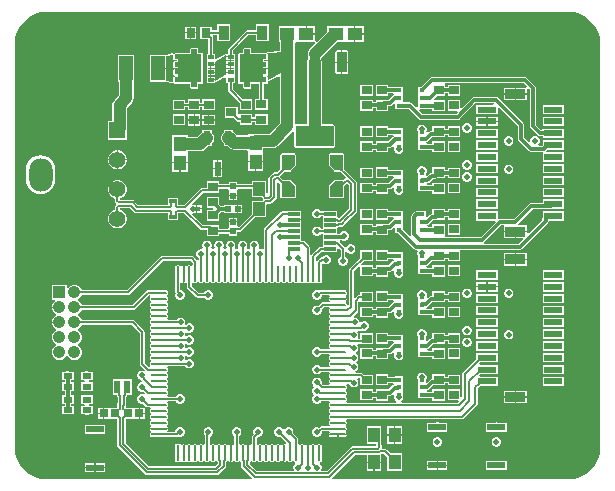
<source format=gtl>
G04*
G04 #@! TF.GenerationSoftware,Altium Limited,Altium Designer,24.4.1 (13)*
G04*
G04 Layer_Physical_Order=1*
G04 Layer_Color=255*
%FSLAX44Y44*%
%MOMM*%
G71*
G04*
G04 #@! TF.SameCoordinates,6757478C-E6A1-41AE-BC66-293F91E3D7AC*
G04*
G04*
G04 #@! TF.FilePolarity,Positive*
G04*
G01*
G75*
%ADD12C,0.2000*%
%ADD16R,1.8000X0.8500*%
%ADD17R,1.6000X0.6000*%
%ADD18R,0.7811X0.7121*%
%ADD19R,0.2125X1.3552*%
G04:AMPARAMS|DCode=20|XSize=1.3552mm|YSize=0.2125mm|CornerRadius=0.1062mm|HoleSize=0mm|Usage=FLASHONLY|Rotation=90.000|XOffset=0mm|YOffset=0mm|HoleType=Round|Shape=RoundedRectangle|*
%AMROUNDEDRECTD20*
21,1,1.3552,0.0000,0,0,90.0*
21,1,1.1428,0.2125,0,0,90.0*
1,1,0.2125,0.0000,0.5714*
1,1,0.2125,0.0000,-0.5714*
1,1,0.2125,0.0000,-0.5714*
1,1,0.2125,0.0000,0.5714*
%
%ADD20ROUNDEDRECTD20*%
G04:AMPARAMS|DCode=21|XSize=0.2125mm|YSize=1.3552mm|CornerRadius=0.1062mm|HoleSize=0mm|Usage=FLASHONLY|Rotation=90.000|XOffset=0mm|YOffset=0mm|HoleType=Round|Shape=RoundedRectangle|*
%AMROUNDEDRECTD21*
21,1,0.2125,1.1428,0,0,90.0*
21,1,0.0000,1.3552,0,0,90.0*
1,1,0.2125,0.5714,0.0000*
1,1,0.2125,0.5714,0.0000*
1,1,0.2125,-0.5714,0.0000*
1,1,0.2125,-0.5714,0.0000*
%
%ADD21ROUNDEDRECTD21*%
%ADD22R,1.5000X0.5500*%
%ADD23R,1.1430X2.0320*%
%ADD24R,0.8500X0.7000*%
%ADD25R,0.8500X0.7500*%
%ADD26R,0.4500X0.3500*%
G04:AMPARAMS|DCode=27|XSize=3.2mm|YSize=1.75mm|CornerRadius=0.0525mm|HoleSize=0mm|Usage=FLASHONLY|Rotation=0.000|XOffset=0mm|YOffset=0mm|HoleType=Round|Shape=RoundedRectangle|*
%AMROUNDEDRECTD27*
21,1,3.2000,1.6450,0,0,0.0*
21,1,3.0950,1.7500,0,0,0.0*
1,1,0.1050,1.5475,-0.8225*
1,1,0.1050,-1.5475,-0.8225*
1,1,0.1050,-1.5475,0.8225*
1,1,0.1050,1.5475,0.8225*
%
%ADD27ROUNDEDRECTD27*%
G04:AMPARAMS|DCode=28|XSize=0.9mm|YSize=1.75mm|CornerRadius=0.0495mm|HoleSize=0mm|Usage=FLASHONLY|Rotation=0.000|XOffset=0mm|YOffset=0mm|HoleType=Round|Shape=RoundedRectangle|*
%AMROUNDEDRECTD28*
21,1,0.9000,1.6510,0,0,0.0*
21,1,0.8010,1.7500,0,0,0.0*
1,1,0.0990,0.4005,-0.8255*
1,1,0.0990,-0.4005,-0.8255*
1,1,0.0990,-0.4005,0.8255*
1,1,0.0990,0.4005,0.8255*
%
%ADD28ROUNDEDRECTD28*%
%ADD29R,0.5000X0.3500*%
%ADD30R,1.0500X1.3000*%
%ADD31R,0.5750X1.1400*%
%ADD32R,0.8000X0.5000*%
%ADD33R,0.9779X0.3048*%
%ADD34R,0.9100X1.2200*%
%ADD35R,1.3051X1.1062*%
%ADD36R,0.7500X0.8500*%
%ADD37R,0.6000X1.2000*%
%ADD38R,1.1062X1.3051*%
%ADD39R,0.9000X0.7000*%
%ADD40R,0.5200X0.5200*%
%ADD41R,0.8621X0.7565*%
%ADD42R,0.7000X0.4200*%
%ADD43C,0.9698*%
%ADD44C,0.9900*%
%ADD45R,1.0500X1.1500*%
%ADD46R,0.5200X0.5200*%
%ADD58R,1.4000X1.4000*%
%ADD59C,1.4000*%
G04:AMPARAMS|DCode=60|XSize=2.8mm|YSize=2mm|CornerRadius=1mm|HoleSize=0mm|Usage=FLASHONLY|Rotation=270.000|XOffset=0mm|YOffset=0mm|HoleType=Round|Shape=RoundedRectangle|*
%AMROUNDEDRECTD60*
21,1,2.8000,0.0000,0,0,270.0*
21,1,0.8000,2.0000,0,0,270.0*
1,1,2.0000,0.0000,-0.4000*
1,1,2.0000,0.0000,0.4000*
1,1,2.0000,0.0000,0.4000*
1,1,2.0000,0.0000,-0.4000*
%
%ADD60ROUNDEDRECTD60*%
%AMCUSTOMSHAPE63*
4,1,28,-1.1400,1.2250,-0.7250,1.2250,-0.7250,1.6050,-0.2950,1.6050,-0.2950,1.2250,0.8400,1.2250,0.8400,1.1750,1.1400,1.1750,1.1400,0.7750,0.8400,0.7750,0.8400,0.5250,1.1400,0.5250,1.1400,0.1250,0.8400,0.1250,0.8400,-0.1250,1.1400,-0.1250,1.1400,-0.5250,0.8400,-0.5250,0.8400,-0.7750,1.1400,-0.7750,1.1400,-1.1750,0.8400,-1.1750,0.8400,-1.2250,-0.2950,-1.2250,-0.2950,-1.6050,-0.7250,-1.6050,-0.7250,-1.2250,-1.1400,-1.2250,-1.1400,1.2250,0.0*%
%ADD63CUSTOMSHAPE63*%

%AMCUSTOMSHAPE64*
4,1,28,1.1400,-1.2250,0.7250,-1.2250,0.7250,-1.6050,0.2950,-1.6050,0.2950,-1.2250,-0.8400,-1.2250,-0.8400,-1.1750,-1.1400,-1.1750,-1.1400,-0.7750,-0.8400,-0.7750,-0.8400,-0.5250,-1.1400,-0.5250,-1.1400,-0.1250,-0.8400,-0.1250,-0.8400,0.1250,-1.1400,0.1250,-1.1400,0.5250,-0.8400,0.5250,-0.8400,0.7750,-1.1400,0.7750,-1.1400,1.1750,-0.8400,1.1750,-0.8400,1.2250,0.2950,1.2250,0.2950,1.6050,0.7250,1.6050,0.7250,1.2250,1.1400,1.2250,1.1400,-1.2250,0.0*%
%ADD64CUSTOMSHAPE64*%

%ADD65C,1.0000*%
%ADD66C,0.3000*%
%ADD67C,1.0600*%
%ADD68R,1.0600X1.0600*%
%ADD69C,0.5000*%
%ADD70C,1.0000*%
%ADD71C,4.0000*%
G36*
X475467Y397482D02*
X479007Y396534D01*
X482393Y395131D01*
X485568Y393299D01*
X488475Y391067D01*
X491067Y388475D01*
X493299Y385568D01*
X495131Y382393D01*
X496534Y379007D01*
X497482Y375467D01*
X497961Y371833D01*
Y370000D01*
Y30000D01*
Y28167D01*
X497482Y24533D01*
X496534Y20993D01*
X495131Y17607D01*
X493299Y14432D01*
X491067Y11525D01*
X488475Y8933D01*
X485568Y6701D01*
X482393Y4869D01*
X479007Y3466D01*
X475467Y2517D01*
X471833Y2039D01*
X271007D01*
X270481Y3309D01*
X290133Y22961D01*
X299984D01*
Y17008D01*
X306250D01*
Y16500D01*
D01*
Y17008D01*
X312516D01*
Y23610D01*
X314983D01*
X317484Y21109D01*
Y8984D01*
X330016D01*
Y24016D01*
X320391D01*
X317288Y27119D01*
X316621Y27565D01*
X315834Y27721D01*
X315834Y27721D01*
X313597D01*
X313401Y27850D01*
X312653Y28991D01*
X312695Y29204D01*
X312695Y29204D01*
Y31204D01*
X312556Y31905D01*
Y35250D01*
X312516Y35449D01*
Y47016D01*
X299984D01*
Y31984D01*
X307343D01*
X307733Y31562D01*
X307793Y31254D01*
X306849Y30087D01*
X288032D01*
X288032Y30087D01*
X287245Y29931D01*
X286579Y29485D01*
X286579Y29485D01*
X266149Y9056D01*
X262372D01*
X261636Y10325D01*
X262000Y11204D01*
Y12796D01*
X261391Y14266D01*
X260450Y15207D01*
X260535Y16037D01*
X260754Y16562D01*
X260811Y16574D01*
X261498Y17033D01*
X261958Y17720D01*
X262119Y18531D01*
Y29959D01*
X261958Y30770D01*
X261498Y31457D01*
X260811Y31917D01*
X260000Y32078D01*
X259189Y31917D01*
X258502Y31457D01*
X258204Y31013D01*
X257620Y30899D01*
X257380D01*
X256796Y31013D01*
X256498Y31457D01*
X255811Y31917D01*
X255000Y32078D01*
X254189Y31917D01*
X253502Y31457D01*
X253204Y31013D01*
X252620Y30899D01*
X252380D01*
X251796Y31013D01*
X251498Y31457D01*
X250811Y31917D01*
X250000Y32078D01*
X249189Y31917D01*
X248502Y31457D01*
X248204Y31013D01*
X247620Y30899D01*
X247380D01*
X246796Y31013D01*
X246498Y31457D01*
X245811Y31917D01*
X245000Y32078D01*
X244189Y31917D01*
X243502Y31457D01*
X243326Y31194D01*
X242055Y31579D01*
Y36000D01*
X242055Y36000D01*
X241899Y36787D01*
X241453Y37453D01*
X241453Y37453D01*
X237913Y40994D01*
X238000Y41204D01*
Y42796D01*
X237391Y44266D01*
X236266Y45391D01*
X234796Y46000D01*
X233204D01*
X231734Y45391D01*
X230720Y44377D01*
X230000Y44317D01*
X229280Y44377D01*
X228266Y45391D01*
X226796Y46000D01*
X225204D01*
X223734Y45391D01*
X222609Y44266D01*
X222000Y42796D01*
Y41204D01*
X222609Y39734D01*
X223734Y38609D01*
X225204Y38000D01*
X226796D01*
X227006Y38087D01*
X232363Y32730D01*
X232280Y32399D01*
X230845Y31894D01*
X230811Y31917D01*
X230508Y31977D01*
Y24245D01*
Y16513D01*
X230811Y16574D01*
X231498Y17033D01*
X231796Y17478D01*
X232380Y17592D01*
X232620D01*
X233204Y17478D01*
X233502Y17033D01*
X234189Y16574D01*
X235000Y16412D01*
X235811Y16574D01*
X236498Y17033D01*
X236796Y17478D01*
X237380Y17592D01*
X237620D01*
X238204Y17478D01*
X238502Y17033D01*
X239189Y16574D01*
X239246Y16562D01*
X239465Y16037D01*
X239550Y15207D01*
X238609Y14266D01*
X238000Y12796D01*
Y11204D01*
X238364Y10325D01*
X237628Y9056D01*
X207328D01*
X201063Y15320D01*
Y16654D01*
X201329Y16920D01*
X201498Y17033D01*
X201796Y17478D01*
X202380Y17592D01*
X202620D01*
X203204Y17478D01*
X203502Y17033D01*
X204189Y16574D01*
X205000Y16412D01*
X205811Y16574D01*
X206498Y17033D01*
X206796Y17478D01*
X207380Y17592D01*
X207620D01*
X208204Y17478D01*
X208502Y17033D01*
X209189Y16574D01*
X210000Y16412D01*
X210811Y16574D01*
X211498Y17033D01*
X211796Y17478D01*
X212380Y17592D01*
X212620D01*
X213204Y17478D01*
X213502Y17033D01*
X214189Y16574D01*
X215000Y16412D01*
X215811Y16574D01*
X216498Y17033D01*
X216796Y17478D01*
X217380Y17592D01*
X217620D01*
X218204Y17478D01*
X218502Y17033D01*
X219189Y16574D01*
X220000Y16412D01*
X220811Y16574D01*
X221498Y17033D01*
X221796Y17478D01*
X222380Y17592D01*
X222620D01*
X223204Y17478D01*
X223502Y17033D01*
X224189Y16574D01*
X225000Y16412D01*
X225811Y16574D01*
X226498Y17033D01*
X226796Y17478D01*
X227380Y17592D01*
X227620D01*
X228204Y17478D01*
X228502Y17033D01*
X229189Y16574D01*
X229492Y16513D01*
Y24245D01*
Y31977D01*
X229189Y31917D01*
X228502Y31457D01*
X228204Y31013D01*
X227620Y30899D01*
X227380D01*
X226796Y31013D01*
X226498Y31457D01*
X225811Y31917D01*
X225000Y32078D01*
X224189Y31917D01*
X223502Y31457D01*
X223204Y31013D01*
X222620Y30899D01*
X222380D01*
X221796Y31013D01*
X221498Y31457D01*
X220811Y31917D01*
X220000Y32078D01*
X219189Y31917D01*
X218502Y31457D01*
X218204Y31013D01*
X217620Y30899D01*
X217380D01*
X216796Y31013D01*
X216498Y31457D01*
X215811Y31917D01*
X215000Y32078D01*
X214189Y31917D01*
X213502Y31457D01*
X213204Y31013D01*
X212620Y30899D01*
X212380D01*
X211796Y31013D01*
X211498Y31457D01*
X210811Y31917D01*
X210000Y32078D01*
X209189Y31917D01*
X208502Y31457D01*
X208326Y31194D01*
X207055Y31579D01*
Y37337D01*
X207719Y38000D01*
X208796D01*
X210266Y38609D01*
X211391Y39734D01*
X212000Y41204D01*
Y42796D01*
X211391Y44266D01*
X210266Y45391D01*
X208796Y46000D01*
X207204D01*
X205734Y45391D01*
X204609Y44266D01*
X204000Y42796D01*
Y41204D01*
X204325Y40420D01*
X203547Y39642D01*
X203101Y38975D01*
X202945Y38188D01*
X202945Y38188D01*
Y31579D01*
X201674Y31194D01*
X201498Y31457D01*
X200811Y31917D01*
X200000Y32078D01*
X199189Y31917D01*
X198502Y31457D01*
X198204Y31013D01*
X197620Y30899D01*
X197380D01*
X196796Y31013D01*
X196498Y31457D01*
X195811Y31917D01*
X195000Y32078D01*
X194189Y31917D01*
X193502Y31457D01*
X193326Y31194D01*
X192055Y31579D01*
Y38522D01*
X192266Y38609D01*
X193391Y39734D01*
X194000Y41204D01*
Y42796D01*
X193391Y44266D01*
X192266Y45391D01*
X190796Y46000D01*
X189204D01*
X187734Y45391D01*
X186609Y44266D01*
X186000Y42796D01*
Y41204D01*
X186609Y39734D01*
X187734Y38609D01*
X187945Y38522D01*
Y31579D01*
X186674Y31194D01*
X186498Y31457D01*
X185811Y31917D01*
X185508Y31977D01*
Y24245D01*
Y16513D01*
X185811Y16574D01*
X186498Y17033D01*
X186796Y17478D01*
X187380Y17592D01*
X187620D01*
X188204Y17478D01*
X188502Y17033D01*
X189189Y16574D01*
X190000Y16412D01*
X190811Y16574D01*
X191498Y17033D01*
X191796Y17478D01*
X192380Y17592D01*
X192620D01*
X193204Y17478D01*
X193502Y17033D01*
X193671Y16920D01*
X193937Y16654D01*
Y13220D01*
X193937Y13220D01*
X194093Y12433D01*
X194538Y11766D01*
X202996Y3309D01*
X202470Y2039D01*
X28167D01*
X24533Y2517D01*
X20993Y3466D01*
X17607Y4869D01*
X14432Y6701D01*
X11525Y8933D01*
X8933Y11525D01*
X6701Y14432D01*
X4869Y17607D01*
X3466Y20993D01*
X2517Y24533D01*
X2039Y28167D01*
Y30000D01*
Y370000D01*
Y371833D01*
X2517Y375467D01*
X3466Y379007D01*
X4869Y382393D01*
X6701Y385568D01*
X8933Y388475D01*
X11525Y391067D01*
X14432Y393299D01*
X17607Y395131D01*
X20993Y396534D01*
X24533Y397482D01*
X28167Y397961D01*
X471833D01*
X475467Y397482D01*
D02*
G37*
%LPC*%
G36*
X217266Y387116D02*
X206134D01*
Y382056D01*
X199000D01*
X199000Y382056D01*
X198213Y381899D01*
X197547Y381454D01*
X183447Y367354D01*
X183001Y366687D01*
X182845Y365900D01*
X182845Y365900D01*
Y362516D01*
X181384D01*
Y362040D01*
X181128Y361934D01*
X180854Y361904D01*
X172886Y357515D01*
X171616Y358265D01*
Y362516D01*
X170156D01*
Y375400D01*
X170156Y375400D01*
X169999Y376187D01*
X169673Y376674D01*
X169856Y377323D01*
X170259Y377944D01*
X173434D01*
Y372884D01*
X184566D01*
Y387116D01*
X173434D01*
Y382056D01*
X168766D01*
Y385266D01*
X159234D01*
Y374734D01*
X165859D01*
X166045Y374549D01*
Y362516D01*
X164584D01*
Y357286D01*
X164584Y356984D01*
Y356016D01*
X164584Y355714D01*
Y350686D01*
X164500Y350484D01*
Y349516D01*
X164584Y349314D01*
Y344186D01*
X164500Y343984D01*
Y343016D01*
X164584Y342814D01*
Y337484D01*
X171616D01*
Y337960D01*
X171872Y338066D01*
X172147Y338096D01*
X180114Y342485D01*
X181384Y341735D01*
Y337484D01*
X182845D01*
Y331600D01*
X182845Y331600D01*
X183001Y330813D01*
X183447Y330146D01*
X192734Y320859D01*
Y314734D01*
X203266D01*
Y323766D01*
X195641D01*
X186956Y332451D01*
Y337484D01*
X188416D01*
Y342714D01*
X188416Y343016D01*
Y343984D01*
X188416Y344286D01*
Y349314D01*
X188500Y349516D01*
Y350484D01*
X188416Y350686D01*
Y355814D01*
X188500Y356016D01*
Y356984D01*
X188416Y357186D01*
Y362516D01*
X186956D01*
Y365049D01*
X199851Y377944D01*
X206134D01*
Y372884D01*
X217266D01*
Y387116D01*
D02*
G37*
G36*
X155766Y385266D02*
X151508D01*
Y380508D01*
X155766D01*
Y385266D01*
D02*
G37*
G36*
X150492D02*
X146234D01*
Y380508D01*
X150492D01*
Y385266D01*
D02*
G37*
G36*
X290514Y385547D02*
Y379508D01*
X297547D01*
Y385547D01*
X290514D01*
D02*
G37*
G36*
X249514D02*
Y379508D01*
X256547D01*
Y385547D01*
X249514D01*
D02*
G37*
G36*
X155766Y379492D02*
X151508D01*
Y374734D01*
X155766D01*
Y379492D01*
D02*
G37*
G36*
X150492D02*
X146234D01*
Y374734D01*
X150492D01*
Y379492D01*
D02*
G37*
G36*
X282464Y385547D02*
X281536D01*
X281194Y385547D01*
X266453D01*
Y381128D01*
X257817Y372492D01*
X256547Y373018D01*
X256547Y373489D01*
Y378492D01*
X249514D01*
Y372453D01*
X255452D01*
X255982Y372453D01*
X256508Y371183D01*
X252163Y366837D01*
X250833Y364847D01*
X250757Y364464D01*
X250359Y363505D01*
Y357637D01*
X250333Y357597D01*
X249866Y355250D01*
Y302643D01*
X240525D01*
X240404Y302593D01*
X239134Y303441D01*
Y355250D01*
X239131Y355264D01*
Y371555D01*
X240029Y372453D01*
X241464Y372453D01*
X241806Y372453D01*
X248498D01*
Y379000D01*
Y385547D01*
X241806D01*
X241464Y385547D01*
X240536D01*
X240194Y385547D01*
X225453D01*
Y372453D01*
X226863D01*
Y364900D01*
X215820Y363721D01*
X215677Y363644D01*
X215515Y363644D01*
X215321Y363450D01*
X215081Y363318D01*
X215035Y363163D01*
X214920Y363048D01*
X213732Y362850D01*
X213251D01*
X213178Y363028D01*
X212400Y363350D01*
X202150D01*
Y366050D01*
X201828Y366828D01*
X201050Y367150D01*
X196750D01*
X195972Y366828D01*
X195650Y366050D01*
Y363350D01*
X192600D01*
X191822Y363028D01*
X191500Y362250D01*
Y337750D01*
X191822Y336972D01*
X192600Y336650D01*
X195650D01*
Y333950D01*
X195972Y333172D01*
X196750Y332850D01*
X201050D01*
X201828Y333172D01*
X202150Y333950D01*
Y336650D01*
X208944D01*
Y324266D01*
X205734D01*
Y314734D01*
X216266D01*
Y324266D01*
X213055D01*
Y336922D01*
X213178Y336972D01*
X213251Y337150D01*
X215400D01*
X216178Y337472D01*
X216500Y338250D01*
Y338839D01*
X216749Y338942D01*
X217018Y338969D01*
X225777Y343645D01*
X226866Y342992D01*
Y303541D01*
X217990Y294665D01*
X206531D01*
X205938Y294547D01*
X199453D01*
Y293139D01*
X190535D01*
X188337Y295337D01*
X187016Y296220D01*
Y298016D01*
X178984D01*
Y295552D01*
X178663Y295337D01*
X177333Y293347D01*
X176866Y291000D01*
X177333Y288653D01*
X178663Y286663D01*
X178984Y286448D01*
Y283984D01*
X182341D01*
X183657Y282668D01*
X185647Y281339D01*
X187994Y280872D01*
X198555D01*
X199453Y279974D01*
X199453Y278536D01*
X199453Y278194D01*
Y271502D01*
X206000D01*
X212547D01*
Y278194D01*
X212547Y278536D01*
Y279464D01*
X212547Y279806D01*
Y282397D01*
X220531D01*
X222878Y282864D01*
X224868Y284194D01*
X237337Y296663D01*
X237587Y297036D01*
X238857Y296651D01*
Y284525D01*
X239346Y283346D01*
X240525Y282857D01*
X271475D01*
X272654Y283346D01*
X273143Y284525D01*
Y300975D01*
X272654Y302154D01*
X271475Y302643D01*
X262134D01*
Y355250D01*
X261667Y357597D01*
X261640Y357637D01*
Y358966D01*
X275128Y372453D01*
X281194D01*
X281536Y372453D01*
X282464D01*
X282806Y372453D01*
X289498D01*
Y379000D01*
Y385547D01*
X282806D01*
X282464Y385547D01*
D02*
G37*
G36*
X297547Y378492D02*
X290514D01*
Y372453D01*
X297547D01*
Y378492D01*
D02*
G37*
G36*
X156250Y367150D02*
X151950D01*
X151172Y366828D01*
X150850Y366050D01*
Y363350D01*
X140600D01*
X139822Y363028D01*
X139749Y362850D01*
X137600D01*
X136822Y362528D01*
X136804Y362482D01*
X136500Y362608D01*
X136405Y362568D01*
X136305Y362590D01*
X129870Y361426D01*
X129593Y361248D01*
X129420Y361176D01*
X116604D01*
Y338824D01*
X129420D01*
X129593Y338752D01*
X129870Y338574D01*
X136305Y337410D01*
X136405Y337432D01*
X136500Y337392D01*
X136804Y337518D01*
X136822Y337472D01*
X137600Y337150D01*
X139749D01*
X139822Y336972D01*
X140600Y336650D01*
X150850D01*
Y333950D01*
X151172Y333172D01*
X151950Y332850D01*
X156250D01*
X157028Y333172D01*
X157350Y333950D01*
Y336650D01*
X160400D01*
X161178Y336972D01*
X161500Y337750D01*
Y362250D01*
X161178Y363028D01*
X160400Y363350D01*
X157350D01*
Y366050D01*
X157028Y366828D01*
X156250Y367150D01*
D02*
G37*
G36*
X283005Y365140D02*
X279508D01*
Y355758D01*
X284641D01*
Y363505D01*
X284161Y364661D01*
X283005Y365140D01*
D02*
G37*
G36*
X278492D02*
X274995D01*
X273839Y364661D01*
X273360Y363505D01*
Y355758D01*
X278492D01*
Y365140D01*
D02*
G37*
G36*
X284641Y354742D02*
X279508D01*
Y345359D01*
X283005D01*
X284161Y345839D01*
X284641Y346995D01*
Y354742D01*
D02*
G37*
G36*
X278492D02*
X273360D01*
Y346995D01*
X273839Y345839D01*
X274995Y345359D01*
X278492D01*
Y354742D01*
D02*
G37*
G36*
X425492Y333516D02*
X415984D01*
Y328758D01*
X425492D01*
Y333516D01*
D02*
G37*
G36*
X305266Y335766D02*
X294734D01*
Y326734D01*
X305266D01*
Y335766D01*
D02*
G37*
G36*
X436016Y327742D02*
X426508D01*
Y322984D01*
X436016D01*
Y327742D01*
D02*
G37*
G36*
X425492D02*
X415984D01*
Y322984D01*
X425492D01*
Y327742D01*
D02*
G37*
G36*
X159266Y324016D02*
X148734D01*
Y321055D01*
X146266D01*
Y323516D01*
X135734D01*
Y314484D01*
X146266D01*
Y316945D01*
X148734D01*
Y314484D01*
X159266D01*
Y316945D01*
X160984D01*
Y314734D01*
X172016D01*
Y323766D01*
X160984D01*
Y321055D01*
X159266D01*
Y324016D01*
D02*
G37*
G36*
X467016Y319016D02*
X448984D01*
Y310984D01*
X467016D01*
Y319016D01*
D02*
G37*
G36*
X159266Y311016D02*
X154508D01*
Y306758D01*
X159266D01*
Y311016D01*
D02*
G37*
G36*
X153492D02*
X148734D01*
Y306758D01*
X153492D01*
Y311016D01*
D02*
G37*
G36*
X172016Y310766D02*
X167008D01*
Y306758D01*
X172016D01*
Y310766D01*
D02*
G37*
G36*
X165992D02*
X160984D01*
Y306758D01*
X165992D01*
Y310766D01*
D02*
G37*
G36*
X411016Y309016D02*
X402508D01*
Y305508D01*
X411016D01*
Y309016D01*
D02*
G37*
G36*
X401492D02*
X392984D01*
Y305508D01*
X401492D01*
Y309016D01*
D02*
G37*
G36*
X146266Y311016D02*
X135734D01*
Y301984D01*
X146266D01*
Y311016D01*
D02*
G37*
G36*
X172016Y305742D02*
X167008D01*
Y301734D01*
X172016D01*
Y305742D01*
D02*
G37*
G36*
X165992D02*
X160984D01*
Y301734D01*
X165992D01*
Y305742D01*
D02*
G37*
G36*
X191016Y317266D02*
X179984D01*
Y308234D01*
X187254D01*
X187547Y307796D01*
X190047Y305297D01*
X190047Y305296D01*
X190713Y304851D01*
X191500Y304694D01*
X191500Y304694D01*
X192734D01*
Y302234D01*
X203266D01*
Y304445D01*
X205734D01*
Y301734D01*
X216266D01*
Y311266D01*
X205734D01*
Y308556D01*
X203266D01*
Y311266D01*
X192734D01*
Y311152D01*
X192613Y310994D01*
X191464Y310488D01*
X191016Y310882D01*
Y317266D01*
D02*
G37*
G36*
X159266Y305742D02*
X154508D01*
Y301484D01*
X159266D01*
Y305742D01*
D02*
G37*
G36*
X153492D02*
X148734D01*
Y301484D01*
X153492D01*
Y305742D01*
D02*
G37*
G36*
X467016Y309016D02*
X448984D01*
Y300984D01*
X467016D01*
Y309016D01*
D02*
G37*
G36*
X411016Y304492D02*
X402508D01*
Y300984D01*
X411016D01*
Y304492D01*
D02*
G37*
G36*
X401492D02*
X392984D01*
Y300984D01*
X401492D01*
Y304492D01*
D02*
G37*
G36*
X385796Y303500D02*
X384204D01*
X382734Y302891D01*
X381609Y301766D01*
X381000Y300296D01*
Y298704D01*
X381609Y297234D01*
X382734Y296109D01*
X384204Y295500D01*
X385796D01*
X387266Y296109D01*
X388391Y297234D01*
X389000Y298704D01*
Y300296D01*
X388391Y301766D01*
X387266Y302891D01*
X385796Y303500D01*
D02*
G37*
G36*
X169016Y298016D02*
X160984D01*
Y296220D01*
X159663Y295337D01*
X156465Y292139D01*
X148547D01*
Y293547D01*
X135453D01*
Y278806D01*
X135453Y278464D01*
Y277536D01*
X135453Y277194D01*
Y270502D01*
X142000D01*
X148547D01*
Y277194D01*
X148547Y277536D01*
Y278602D01*
X149039Y279872D01*
X159006D01*
X161353Y280339D01*
X163343Y281668D01*
X165659Y283984D01*
X169016D01*
Y286448D01*
X169337Y286663D01*
X170667Y288653D01*
X171134Y291000D01*
X170667Y293347D01*
X169337Y295337D01*
X169016Y295552D01*
Y298016D01*
D02*
G37*
G36*
X347546Y302250D02*
X345954D01*
X344484Y301641D01*
X343359Y300516D01*
X342750Y299046D01*
Y297454D01*
X343359Y295984D01*
X343484Y295859D01*
Y294036D01*
X343484Y293734D01*
Y292766D01*
X343484Y292464D01*
Y287536D01*
X343484Y287234D01*
Y286266D01*
X343484Y285964D01*
Y280734D01*
X350016D01*
Y280935D01*
X355734D01*
Y278734D01*
X366266D01*
Y288266D01*
X355734D01*
Y286065D01*
X351396D01*
X350701Y287335D01*
X351024Y287839D01*
X351232Y287880D01*
X352064Y288436D01*
X354727Y291099D01*
X355734Y291734D01*
X366266D01*
Y293810D01*
X368734D01*
Y291734D01*
X379266D01*
Y300766D01*
X368734D01*
Y298940D01*
X366266D01*
Y301266D01*
X355734D01*
Y297133D01*
X354568D01*
X353586Y296938D01*
X352754Y296382D01*
X352038Y295666D01*
X350592Y296016D01*
X350402Y296613D01*
X350750Y297454D01*
Y299046D01*
X350141Y300516D01*
X349016Y301641D01*
X347546Y302250D01*
D02*
G37*
G36*
X305266Y300766D02*
X294734D01*
Y291734D01*
X305266D01*
Y300766D01*
D02*
G37*
G36*
X434000Y342565D02*
X355750D01*
X354768Y342370D01*
X353936Y341814D01*
X346388Y334266D01*
X343484D01*
Y329036D01*
X343484Y328734D01*
Y327766D01*
X343484Y327464D01*
Y322234D01*
X343484D01*
Y321266D01*
X343484D01*
Y317190D01*
X342214Y316664D01*
X338564Y320314D01*
X337732Y320870D01*
X336750Y321065D01*
X330760D01*
X330516Y322234D01*
X330516Y322536D01*
Y327464D01*
X330516Y327766D01*
Y328734D01*
X330516Y329036D01*
Y334266D01*
X323984D01*
Y334065D01*
X318266D01*
Y336266D01*
X307734D01*
Y326734D01*
X318266D01*
Y328935D01*
X322604D01*
X323299Y327665D01*
X322976Y327161D01*
X322768Y327120D01*
X321936Y326564D01*
X319273Y323901D01*
X318266Y323266D01*
X307734D01*
Y321190D01*
X305266D01*
Y323266D01*
X294734D01*
Y314234D01*
X305266D01*
Y316060D01*
X307734D01*
Y313734D01*
X318266D01*
Y317867D01*
X319432D01*
X320414Y318062D01*
X321246Y318618D01*
X322714Y320086D01*
X323984Y319560D01*
Y315734D01*
X330516D01*
Y315935D01*
X335687D01*
X344436Y307186D01*
X345268Y306630D01*
X346250Y306435D01*
X377000D01*
X377982Y306630D01*
X378814Y307186D01*
X392063Y320435D01*
X407910D01*
X408009Y320286D01*
X407330Y319016D01*
X392984D01*
Y310984D01*
X411016D01*
Y316697D01*
X412189Y317183D01*
X428435Y300937D01*
Y290000D01*
X428630Y289018D01*
X429186Y288186D01*
X437186Y280186D01*
X438018Y279630D01*
X439000Y279435D01*
X447887D01*
X448984Y279016D01*
X448984Y278165D01*
Y270984D01*
X467016D01*
Y279016D01*
X452639D01*
X452143Y280201D01*
X452869Y280984D01*
X467016D01*
Y289016D01*
X448984D01*
Y284612D01*
X448937Y284565D01*
X446018D01*
X445492Y285835D01*
X445891Y286234D01*
X446500Y287704D01*
Y289296D01*
X445891Y290766D01*
X444766Y291891D01*
X443296Y292500D01*
X441704D01*
X440234Y291891D01*
X439109Y290766D01*
X438500Y289296D01*
Y287924D01*
X437893Y287496D01*
X437327Y287301D01*
X433565Y291063D01*
Y302000D01*
X433370Y302982D01*
X432814Y303814D01*
X411814Y324814D01*
X410982Y325370D01*
X410000Y325565D01*
X391000D01*
X390018Y325370D01*
X389186Y324814D01*
X380439Y316067D01*
X379266Y316553D01*
Y323266D01*
X368734D01*
Y314234D01*
X376947D01*
X377433Y313061D01*
X375937Y311565D01*
X347313D01*
X344414Y314464D01*
X344940Y315734D01*
X350016D01*
Y315935D01*
X355734D01*
Y313734D01*
X366266D01*
Y323266D01*
X357553D01*
X357067Y324439D01*
X359362Y326734D01*
X366266D01*
Y328810D01*
X368734D01*
Y326734D01*
X379266D01*
Y335766D01*
X368734D01*
Y333940D01*
X366266D01*
Y336165D01*
X366266Y336266D01*
X366511Y337435D01*
X432937D01*
X435586Y334786D01*
X435060Y333516D01*
X426508D01*
Y328758D01*
X436016D01*
Y332560D01*
X437286Y333086D01*
X438435Y331937D01*
Y301000D01*
X438630Y300018D01*
X439186Y299186D01*
X445186Y293186D01*
X446018Y292630D01*
X447000Y292435D01*
X448984D01*
Y290984D01*
X467016D01*
Y299016D01*
X448984D01*
Y298407D01*
X447714Y297914D01*
X443565Y302063D01*
Y333000D01*
X443370Y333982D01*
X442814Y334814D01*
X435814Y341814D01*
X434982Y342370D01*
X434000Y342565D01*
D02*
G37*
G36*
X411016Y299016D02*
X392984D01*
Y290984D01*
X411016D01*
Y299016D01*
D02*
G37*
G36*
X103396Y361176D02*
X89934D01*
Y338824D01*
X90531D01*
Y327381D01*
X86663Y323512D01*
X85333Y321522D01*
X84866Y319175D01*
Y305516D01*
X80984D01*
Y289484D01*
X97016D01*
Y298908D01*
X97134Y299500D01*
Y316634D01*
X101002Y320503D01*
X102332Y322493D01*
X102799Y324840D01*
Y338824D01*
X103396D01*
Y361176D01*
D02*
G37*
G36*
X318266Y301266D02*
X307734D01*
Y291734D01*
X318266D01*
Y293935D01*
X322604D01*
X323299Y292665D01*
X322976Y292161D01*
X322768Y292120D01*
X321936Y291564D01*
X319273Y288901D01*
X318266Y288266D01*
X307734D01*
Y286190D01*
X305266D01*
Y288266D01*
X294734D01*
Y279234D01*
X305266D01*
Y281060D01*
X307734D01*
Y278734D01*
X318266D01*
Y282867D01*
X319432D01*
X320414Y283062D01*
X321246Y283618D01*
X321962Y284334D01*
X323408Y283984D01*
X323598Y283387D01*
X323250Y282546D01*
Y280954D01*
X323859Y279484D01*
X324984Y278359D01*
X326454Y277750D01*
X328046D01*
X329516Y278359D01*
X330641Y279484D01*
X331250Y280954D01*
Y282546D01*
X330641Y284016D01*
X330516Y284141D01*
Y285964D01*
X330516Y286266D01*
Y287234D01*
X330516Y287536D01*
Y292464D01*
X330516Y292766D01*
Y293734D01*
X330516Y294036D01*
Y299266D01*
X323984D01*
Y299065D01*
X318266D01*
Y301266D01*
D02*
G37*
G36*
X421046Y292500D02*
X419454D01*
X417984Y291891D01*
X416859Y290766D01*
X416250Y289296D01*
Y287704D01*
X416859Y286234D01*
X417984Y285109D01*
X419454Y284500D01*
X421046D01*
X422516Y285109D01*
X423641Y286234D01*
X424250Y287704D01*
Y289296D01*
X423641Y290766D01*
X422516Y291891D01*
X421046Y292500D01*
D02*
G37*
G36*
X411016Y289016D02*
X392984D01*
Y280984D01*
X411016D01*
Y289016D01*
D02*
G37*
G36*
X379266Y288266D02*
X368734D01*
Y279234D01*
X379266D01*
Y288266D01*
D02*
G37*
G36*
X90055Y280516D02*
X89508D01*
Y273008D01*
X97016D01*
Y273555D01*
X96470Y275594D01*
X95414Y277422D01*
X93922Y278914D01*
X92094Y279970D01*
X90055Y280516D01*
D02*
G37*
G36*
X88492D02*
X87945D01*
X85906Y279970D01*
X84078Y278914D01*
X82586Y277422D01*
X81530Y275594D01*
X80984Y273555D01*
Y273008D01*
X88492D01*
Y280516D01*
D02*
G37*
G36*
X411016Y279016D02*
X392984D01*
Y270984D01*
X411016D01*
Y279016D01*
D02*
G37*
G36*
X178016Y272016D02*
X174508D01*
Y265508D01*
X178016D01*
Y272016D01*
D02*
G37*
G36*
X173492D02*
X169984D01*
Y265508D01*
X173492D01*
Y272016D01*
D02*
G37*
G36*
X97016Y271992D02*
X89508D01*
Y264484D01*
X90055D01*
X92094Y265030D01*
X93922Y266086D01*
X95414Y267578D01*
X96470Y269406D01*
X97016Y271445D01*
Y271992D01*
D02*
G37*
G36*
X88492D02*
X80984D01*
Y271445D01*
X81530Y269406D01*
X82586Y267578D01*
X84078Y266086D01*
X85906Y265030D01*
X87945Y264484D01*
X88492D01*
Y271992D01*
D02*
G37*
G36*
X385796Y272000D02*
X384204D01*
X382734Y271391D01*
X381609Y270266D01*
X381000Y268796D01*
Y267204D01*
X381609Y265734D01*
X382734Y264609D01*
X384204Y264000D01*
X385796D01*
X387266Y264609D01*
X388391Y265734D01*
X389000Y267204D01*
Y268796D01*
X388391Y270266D01*
X387266Y271391D01*
X385796Y272000D01*
D02*
G37*
G36*
X212547Y270486D02*
X206508D01*
Y263453D01*
X212547D01*
Y270486D01*
D02*
G37*
G36*
X205492D02*
X199453D01*
Y263453D01*
X205492D01*
Y270486D01*
D02*
G37*
G36*
X148547Y269486D02*
X142508D01*
Y262453D01*
X148547D01*
Y269486D01*
D02*
G37*
G36*
X141492D02*
X135453D01*
Y262453D01*
X141492D01*
Y269486D01*
D02*
G37*
G36*
X239000Y278100D02*
X228000D01*
X227222Y277778D01*
X226900Y277000D01*
Y264878D01*
X223961Y261938D01*
X221907D01*
X221906Y261938D01*
X221120Y261782D01*
X220453Y261336D01*
X220453Y261336D01*
X217424Y258308D01*
X216979Y257641D01*
X216822Y256854D01*
X216822Y256854D01*
Y243986D01*
X216536Y243746D01*
X215266Y244338D01*
Y254266D01*
X202734D01*
Y252055D01*
X190616D01*
Y253616D01*
X183384D01*
Y252055D01*
X175327D01*
Y254307D01*
X164673D01*
Y248782D01*
X160726D01*
X160726Y248782D01*
X159939Y248625D01*
X159273Y248179D01*
X159272Y248179D01*
X145657Y234564D01*
X140555D01*
Y236400D01*
X140516Y236599D01*
Y240616D01*
X131484D01*
Y234564D01*
X106843D01*
X103446Y237961D01*
X102779Y238407D01*
X101992Y238563D01*
X101992Y238563D01*
X91527D01*
X91360Y239834D01*
X92094Y240030D01*
X93922Y241086D01*
X95414Y242578D01*
X96470Y244406D01*
X97016Y246445D01*
Y248555D01*
X96470Y250594D01*
X95414Y252422D01*
X93922Y253914D01*
X92094Y254970D01*
X90055Y255516D01*
X87945D01*
X85906Y254970D01*
X84078Y253914D01*
X82586Y252422D01*
X81530Y250594D01*
X80984Y248555D01*
Y246445D01*
X81530Y244406D01*
X82586Y242578D01*
X84078Y241086D01*
X85906Y240030D01*
X86945Y239752D01*
Y237680D01*
X86945Y237680D01*
X87101Y236893D01*
X87547Y236226D01*
X87897Y235875D01*
Y234125D01*
X87547Y233774D01*
X87101Y233107D01*
X86945Y232320D01*
X86945Y232320D01*
Y230248D01*
X85906Y229970D01*
X84078Y228914D01*
X82586Y227422D01*
X81530Y225594D01*
X80984Y223555D01*
Y221445D01*
X81530Y219406D01*
X82586Y217578D01*
X84078Y216086D01*
X85906Y215030D01*
X87945Y214484D01*
X90055D01*
X92094Y215030D01*
X93922Y216086D01*
X95414Y217578D01*
X96470Y219406D01*
X97016Y221445D01*
Y223555D01*
X96470Y225594D01*
X95414Y227422D01*
X93922Y228914D01*
X92094Y229970D01*
X91360Y230166D01*
X91527Y231437D01*
X99891D01*
X103289Y228039D01*
X103289Y228039D01*
X103956Y227593D01*
X104743Y227437D01*
X131484D01*
Y221384D01*
X140516D01*
Y225401D01*
X140555Y225600D01*
Y227437D01*
X145657D01*
X159273Y213821D01*
X159273Y213820D01*
X159939Y213375D01*
X160726Y213218D01*
X160726Y213218D01*
X164673D01*
Y207693D01*
X175327D01*
Y209944D01*
X183384D01*
Y208384D01*
X190616D01*
Y211544D01*
X192600D01*
X192600Y211544D01*
X193387Y211701D01*
X194053Y212146D01*
X205641Y223734D01*
X215266D01*
Y234551D01*
X215306Y234750D01*
Y235436D01*
X218499D01*
X218499Y235436D01*
X219286Y235593D01*
X219953Y236039D01*
X223347Y239433D01*
X223793Y240100D01*
X223949Y240886D01*
X223949Y240887D01*
Y253027D01*
X225219Y253553D01*
X226900Y251872D01*
Y241000D01*
X227222Y240222D01*
X228000Y239900D01*
X239000D01*
X239778Y240222D01*
X240100Y241000D01*
Y249500D01*
X239960Y249837D01*
X239859Y250187D01*
X235859Y255187D01*
X235802Y255218D01*
X235778Y255278D01*
X235441Y255417D01*
X235121Y255593D01*
X235060Y255575D01*
X235000Y255600D01*
X228987D01*
X227068Y257518D01*
X226314Y258375D01*
X227068Y259232D01*
X230237Y262400D01*
X235000D01*
X235060Y262425D01*
X235121Y262407D01*
X235441Y262583D01*
X235778Y262722D01*
X235802Y262782D01*
X235859Y262813D01*
X239859Y267813D01*
X239960Y268163D01*
X240100Y268500D01*
Y277000D01*
X239778Y277778D01*
X239000Y278100D01*
D02*
G37*
G36*
X467016Y269016D02*
X448984D01*
Y260984D01*
X467016D01*
Y269016D01*
D02*
G37*
G36*
X411016D02*
X392984D01*
Y260984D01*
X411016D01*
Y269016D01*
D02*
G37*
G36*
X421046Y268500D02*
X419454D01*
X417984Y267891D01*
X416859Y266766D01*
X416250Y265296D01*
Y263704D01*
X416859Y262234D01*
X417984Y261109D01*
X419454Y260500D01*
X421046D01*
X422516Y261109D01*
X423641Y262234D01*
X424250Y263704D01*
Y265296D01*
X423641Y266766D01*
X422516Y267891D01*
X421046Y268500D01*
D02*
G37*
G36*
X178016Y264492D02*
X174508D01*
Y257984D01*
X178016D01*
Y264492D01*
D02*
G37*
G36*
X173492D02*
X169984D01*
Y257984D01*
X173492D01*
Y264492D01*
D02*
G37*
G36*
X347546Y267250D02*
X345954D01*
X344484Y266641D01*
X343359Y265516D01*
X342750Y264046D01*
Y262454D01*
X343359Y260984D01*
X343484Y260859D01*
Y259036D01*
X343484Y258734D01*
Y257766D01*
X343484Y257464D01*
Y252536D01*
X343484Y252234D01*
Y251266D01*
X343484Y250964D01*
Y245734D01*
X350016D01*
Y245935D01*
X355734D01*
Y243734D01*
X366266D01*
Y253266D01*
X355734D01*
Y251065D01*
X351642D01*
X351087Y252091D01*
X351327Y252545D01*
X352039Y252687D01*
X352871Y253243D01*
X356312Y256685D01*
X358750D01*
X358998Y256734D01*
X366266D01*
Y258810D01*
X368734D01*
Y256734D01*
X379266D01*
Y265766D01*
X368734D01*
Y263940D01*
X366266D01*
Y266266D01*
X355734D01*
Y261815D01*
X355250D01*
X354268Y261620D01*
X353436Y261064D01*
X351286Y258914D01*
X350016Y259440D01*
Y260859D01*
X350141Y260984D01*
X350750Y262454D01*
Y264046D01*
X350141Y265516D01*
X349016Y266641D01*
X347546Y267250D01*
D02*
G37*
G36*
X305266Y265766D02*
X294734D01*
Y256734D01*
X305266D01*
Y265766D01*
D02*
G37*
G36*
X280000Y278100D02*
X269000D01*
X268222Y277778D01*
X267900Y277000D01*
Y268500D01*
X268040Y268163D01*
X268141Y267813D01*
X272141Y262813D01*
X272198Y262782D01*
X272222Y262722D01*
X272559Y262583D01*
X272879Y262407D01*
X272940Y262425D01*
X273000Y262400D01*
X277763D01*
X282269Y257895D01*
X282010Y256769D01*
X281851Y256517D01*
X281826Y256512D01*
X281160Y256066D01*
X281160Y256066D01*
X280490Y255397D01*
X280000Y255600D01*
X273000D01*
X272940Y255575D01*
X272879Y255593D01*
X272559Y255417D01*
X272222Y255278D01*
X272198Y255218D01*
X272141Y255187D01*
X268141Y250187D01*
X268040Y249837D01*
X267900Y249500D01*
Y241000D01*
X268222Y240222D01*
X269000Y239900D01*
X280000D01*
X280778Y240222D01*
X281100Y241000D01*
Y250193D01*
X283442Y252535D01*
X284944Y251032D01*
Y231126D01*
X278527Y224709D01*
X278527Y224709D01*
X276883Y223065D01*
X276863D01*
X276396Y223378D01*
X275609Y223534D01*
X275336Y224763D01*
Y229544D01*
X263525D01*
Y229057D01*
X261477D01*
X261391Y229266D01*
X260266Y230391D01*
X258796Y231000D01*
X257204D01*
X255734Y230391D01*
X254609Y229266D01*
X254000Y227796D01*
Y226204D01*
X254609Y224734D01*
X255734Y223609D01*
X257204Y223000D01*
X258796D01*
X260266Y223609D01*
X261391Y224734D01*
X261479Y224946D01*
X263525D01*
Y214038D01*
X261506D01*
X261427Y214230D01*
X260301Y215355D01*
X258831Y215965D01*
X257240D01*
X255770Y215355D01*
X254645Y214230D01*
X254035Y212760D01*
Y211169D01*
X254645Y209699D01*
X255770Y208573D01*
X257240Y207964D01*
X258831D01*
X260301Y208573D01*
X261427Y209699D01*
X261521Y209927D01*
X263525D01*
Y199052D01*
X260996D01*
X260210Y198895D01*
X259543Y198450D01*
X259543Y198450D01*
X253547Y192453D01*
X253326Y192123D01*
X252055Y192508D01*
Y198000D01*
X251899Y198787D01*
X251453Y199454D01*
X251453Y199454D01*
X247456Y203451D01*
X246789Y203897D01*
X246003Y204053D01*
X246002Y204053D01*
X244475D01*
Y209460D01*
Y219463D01*
Y221495D01*
X238570D01*
Y222511D01*
X244475D01*
Y229544D01*
X232664D01*
Y229059D01*
X229004D01*
X228217Y228903D01*
X227550Y228457D01*
X227550Y228457D01*
X213547Y214454D01*
X213101Y213787D01*
X212945Y213000D01*
X212945Y213000D01*
Y197372D01*
X211674Y196636D01*
X210796Y197000D01*
X209357D01*
X209242Y197087D01*
X208932Y197454D01*
X208543Y198101D01*
X209000Y199204D01*
Y200796D01*
X208391Y202266D01*
X207266Y203391D01*
X205796Y204000D01*
X204204D01*
X202734Y203391D01*
X201609Y202266D01*
X201000Y200796D01*
Y199204D01*
X201457Y198101D01*
X201068Y197454D01*
X200758Y197087D01*
X200643Y197000D01*
X199357D01*
X199242Y197087D01*
X198932Y197454D01*
X198543Y198101D01*
X199000Y199204D01*
Y200796D01*
X198391Y202266D01*
X197266Y203391D01*
X195796Y204000D01*
X194204D01*
X192734Y203391D01*
X191609Y202266D01*
X191000Y200796D01*
Y199204D01*
X191457Y198101D01*
X191068Y197454D01*
X190758Y197087D01*
X190643Y197000D01*
X189357D01*
X189242Y197087D01*
X188932Y197454D01*
X188543Y198101D01*
X189000Y199204D01*
Y200796D01*
X188391Y202266D01*
X187266Y203391D01*
X185796Y204000D01*
X184204D01*
X182734Y203391D01*
X181609Y202266D01*
X181000Y200796D01*
Y199204D01*
X181457Y198101D01*
X181068Y197454D01*
X180758Y197087D01*
X180643Y197000D01*
X179357D01*
X179242Y197087D01*
X178932Y197454D01*
X178543Y198101D01*
X179000Y199204D01*
Y200796D01*
X178391Y202266D01*
X177266Y203391D01*
X175796Y204000D01*
X174204D01*
X172734Y203391D01*
X171609Y202266D01*
X171000Y200796D01*
Y199204D01*
X171457Y198101D01*
X171068Y197454D01*
X170758Y197087D01*
X170643Y197000D01*
X169357D01*
X169242Y197087D01*
X168932Y197454D01*
X168543Y198101D01*
X169000Y199204D01*
Y200796D01*
X168391Y202266D01*
X167266Y203391D01*
X165796Y204000D01*
X164204D01*
X162734Y203391D01*
X161609Y202266D01*
X161000Y200796D01*
Y199204D01*
X161457Y198101D01*
X161068Y197454D01*
X160758Y197087D01*
X160643Y197000D01*
X159204D01*
X157734Y196391D01*
X156609Y195266D01*
X156000Y193796D01*
Y192204D01*
X156609Y190734D01*
X157734Y189609D01*
X157944Y189522D01*
Y187508D01*
X156674Y187123D01*
X156454Y187453D01*
X156453Y187453D01*
X153454Y190453D01*
X152787Y190899D01*
X152000Y191056D01*
X152000Y191056D01*
X127000D01*
X127000Y191056D01*
X126213Y190899D01*
X125547Y190453D01*
X97549Y162456D01*
X58685D01*
X58054Y163978D01*
X56278Y165755D01*
X53956Y166716D01*
X51444D01*
X49122Y165755D01*
X47586Y164218D01*
X46459Y164520D01*
X46316Y164608D01*
Y166716D01*
X33684D01*
Y154084D01*
X35793D01*
X35880Y153941D01*
X36182Y152814D01*
X34646Y151278D01*
X33684Y148956D01*
Y148208D01*
X40000D01*
Y147192D01*
X33684D01*
Y146444D01*
X34646Y144122D01*
X36422Y142346D01*
X37166Y142037D01*
Y140663D01*
X36422Y140354D01*
X34646Y138578D01*
X33684Y136256D01*
Y135508D01*
X40000D01*
Y134492D01*
X33684D01*
Y133744D01*
X34646Y131422D01*
X36422Y129646D01*
X37166Y129337D01*
Y127963D01*
X36422Y127654D01*
X34646Y125878D01*
X33684Y123556D01*
Y121044D01*
X34646Y118722D01*
X36422Y116946D01*
X37166Y116637D01*
Y115263D01*
X36422Y114955D01*
X34646Y113178D01*
X33684Y110856D01*
Y108344D01*
X34646Y106022D01*
X36422Y104246D01*
X38744Y103284D01*
X41256D01*
X43578Y104246D01*
X45354Y106022D01*
X45663Y106766D01*
X47037D01*
X47345Y106022D01*
X49122Y104246D01*
X51444Y103284D01*
X53956D01*
X56278Y104246D01*
X58054Y106022D01*
X59016Y108344D01*
Y110856D01*
X58054Y113178D01*
X56278Y114955D01*
X55534Y115263D01*
Y116637D01*
X56278Y116946D01*
X58054Y118722D01*
X59016Y121044D01*
Y123556D01*
X58054Y125878D01*
X56278Y127654D01*
X55534Y127963D01*
Y129337D01*
X56278Y129646D01*
X58054Y131422D01*
X58685Y132944D01*
X101149D01*
X107944Y126149D01*
Y100000D01*
X107944Y100000D01*
X108101Y99213D01*
X108546Y98546D01*
X112371Y94722D01*
X111652Y93645D01*
X110796Y94000D01*
X109204D01*
X107734Y93391D01*
X106609Y92266D01*
X106000Y90796D01*
Y89204D01*
X106609Y87734D01*
X107734Y86609D01*
X109204Y86000D01*
X109425D01*
X110076Y85167D01*
X109563Y84000D01*
X109204D01*
X107734Y83391D01*
X106609Y82266D01*
X106000Y80796D01*
Y79204D01*
X106609Y77734D01*
X107734Y76609D01*
X109204Y76000D01*
X110796D01*
X111006Y76087D01*
X112371Y74722D01*
X111652Y73646D01*
X110796Y74000D01*
X109204D01*
X107734Y73391D01*
X106609Y72266D01*
X106000Y70796D01*
Y69204D01*
X106609Y67734D01*
X107734Y66609D01*
X109204Y66000D01*
X110796D01*
X111006Y66087D01*
X113546Y63547D01*
X113547Y63547D01*
X114213Y63101D01*
X115000Y62944D01*
X116911D01*
X117296Y61674D01*
X117033Y61498D01*
X116574Y60811D01*
X116412Y60000D01*
X116574Y59189D01*
X117033Y58502D01*
X117478Y58204D01*
X117591Y57620D01*
Y57380D01*
X117478Y56796D01*
X117033Y56498D01*
X116574Y55811D01*
X116412Y55000D01*
X116574Y54189D01*
X117033Y53502D01*
X117478Y53204D01*
X117591Y52620D01*
Y52380D01*
X117478Y51796D01*
X117033Y51498D01*
X116574Y50811D01*
X116412Y50000D01*
X116574Y49189D01*
X117033Y48502D01*
X117478Y48204D01*
X117591Y47620D01*
Y47380D01*
X117478Y46796D01*
X117033Y46498D01*
X116574Y45811D01*
X116513Y45508D01*
X124245D01*
X131977D01*
X131917Y45811D01*
X131457Y46498D01*
X131013Y46796D01*
X130899Y47380D01*
Y47620D01*
X131013Y48204D01*
X131457Y48502D01*
X131917Y49189D01*
X132078Y50000D01*
X131917Y50811D01*
X131457Y51498D01*
X131013Y51796D01*
X130899Y52380D01*
Y52620D01*
X131013Y53204D01*
X131457Y53502D01*
X131917Y54189D01*
X132078Y55000D01*
X131917Y55811D01*
X131457Y56498D01*
X131013Y56796D01*
X130899Y57380D01*
Y57620D01*
X131013Y58204D01*
X131457Y58502D01*
X131917Y59189D01*
X132078Y60000D01*
X131917Y60811D01*
X131457Y61498D01*
X131013Y61796D01*
X130899Y62380D01*
Y62620D01*
X131013Y63204D01*
X131457Y63502D01*
X131917Y64189D01*
X132078Y65000D01*
X131917Y65811D01*
X131457Y66498D01*
X131194Y66674D01*
X131579Y67944D01*
X138522D01*
X138609Y67734D01*
X139734Y66609D01*
X141204Y66000D01*
X142796D01*
X144266Y66609D01*
X145391Y67734D01*
X146000Y69204D01*
Y70796D01*
X145391Y72266D01*
X144266Y73391D01*
X142796Y74000D01*
X141204D01*
X139734Y73391D01*
X138609Y72266D01*
X138522Y72056D01*
X131579D01*
X131194Y73326D01*
X131457Y73502D01*
X131917Y74189D01*
X132078Y75000D01*
X131917Y75811D01*
X131457Y76498D01*
X131013Y76796D01*
X130899Y77380D01*
Y77620D01*
X131013Y78204D01*
X131457Y78502D01*
X131917Y79189D01*
X132078Y80000D01*
X131917Y80811D01*
X131457Y81498D01*
X131013Y81796D01*
X130899Y82380D01*
Y82620D01*
X131013Y83204D01*
X131457Y83502D01*
X131917Y84189D01*
X132078Y85000D01*
X131917Y85811D01*
X131457Y86498D01*
X131013Y86796D01*
X130899Y87380D01*
Y87620D01*
X131013Y88204D01*
X131457Y88502D01*
X131917Y89189D01*
X132078Y90000D01*
X131917Y90811D01*
X131457Y91498D01*
X131013Y91796D01*
X130899Y92380D01*
Y92620D01*
X131013Y93204D01*
X131457Y93502D01*
X131917Y94189D01*
X132078Y95000D01*
X131917Y95811D01*
X131457Y96498D01*
X131194Y96674D01*
X131579Y97944D01*
X146522D01*
X146609Y97734D01*
X147734Y96609D01*
X149204Y96000D01*
X150796D01*
X152266Y96609D01*
X153391Y97734D01*
X154000Y99204D01*
Y100796D01*
X153391Y102266D01*
X152266Y103391D01*
X150796Y104000D01*
X149204D01*
X147734Y103391D01*
X147399Y103056D01*
X146322Y103775D01*
X146500Y104204D01*
Y105796D01*
X146322Y106225D01*
X147399Y106944D01*
X147734Y106609D01*
X149204Y106000D01*
X150796D01*
X152266Y106609D01*
X153391Y107734D01*
X154000Y109204D01*
Y110796D01*
X153391Y112266D01*
X152266Y113391D01*
X150796Y114000D01*
X149204D01*
X147734Y113391D01*
X147399Y113056D01*
X146322Y113775D01*
X146500Y114204D01*
Y115796D01*
X146322Y116225D01*
X147399Y116944D01*
X147734Y116609D01*
X149204Y116000D01*
X150796D01*
X152266Y116609D01*
X153391Y117734D01*
X154000Y119204D01*
Y120796D01*
X153391Y122266D01*
X152266Y123391D01*
X150796Y124000D01*
X149204D01*
X147734Y123391D01*
X147399Y123056D01*
X146322Y123775D01*
X146500Y124204D01*
Y125796D01*
X146322Y126225D01*
X147399Y126944D01*
X147734Y126609D01*
X149204Y126000D01*
X150796D01*
X152266Y126609D01*
X153391Y127734D01*
X154000Y129204D01*
Y130796D01*
X153391Y132266D01*
X152266Y133391D01*
X150796Y134000D01*
X149204D01*
X147734Y133391D01*
X147399Y133056D01*
X146322Y133775D01*
X146500Y134204D01*
Y135796D01*
X145891Y137266D01*
X144766Y138391D01*
X143296Y139000D01*
X141704D01*
X140234Y138391D01*
X139109Y137266D01*
X139022Y137056D01*
X131579D01*
X131194Y138326D01*
X131457Y138502D01*
X131917Y139189D01*
X132078Y140000D01*
X131917Y140811D01*
X131457Y141498D01*
X131013Y141796D01*
X130899Y142380D01*
Y142620D01*
X131013Y143204D01*
X131457Y143502D01*
X131917Y144189D01*
X132078Y145000D01*
X131917Y145811D01*
X131457Y146498D01*
X131013Y146796D01*
X130899Y147380D01*
Y147620D01*
X131013Y148204D01*
X131457Y148502D01*
X131917Y149189D01*
X132078Y150000D01*
X131917Y150811D01*
X131457Y151498D01*
X131013Y151796D01*
X130899Y152380D01*
Y152620D01*
X131013Y153204D01*
X131457Y153502D01*
X131917Y154189D01*
X132078Y155000D01*
X131917Y155811D01*
X131457Y156498D01*
X131013Y156796D01*
X130899Y157380D01*
Y157620D01*
X131013Y158204D01*
X131457Y158502D01*
X131917Y159189D01*
X132078Y160000D01*
X131917Y160811D01*
X131457Y161498D01*
X130770Y161958D01*
X129959Y162119D01*
X118531D01*
X118212Y162055D01*
X115000D01*
X115000Y162055D01*
X114213Y161899D01*
X113547Y161453D01*
X113546Y161453D01*
X101849Y149755D01*
X58685D01*
X58054Y151278D01*
X56278Y153055D01*
X55534Y153363D01*
Y154737D01*
X56278Y155046D01*
X58054Y156822D01*
X58685Y158344D01*
X98400D01*
X98400Y158344D01*
X99187Y158501D01*
X99853Y158947D01*
X127851Y186945D01*
X151149D01*
X152944Y185149D01*
Y183089D01*
X151674Y182703D01*
X151498Y182967D01*
X150811Y183426D01*
X150000Y183588D01*
X149189Y183426D01*
X148502Y182967D01*
X148204Y182522D01*
X147620Y182409D01*
X147380D01*
X146796Y182522D01*
X146498Y182967D01*
X145811Y183426D01*
X145508Y183487D01*
Y175755D01*
Y168023D01*
X145811Y168083D01*
X146498Y168543D01*
X146674Y168806D01*
X147944Y168421D01*
Y165000D01*
X147944Y165000D01*
X148101Y164213D01*
X148546Y163547D01*
X155547Y156547D01*
X155547Y156546D01*
X156213Y156101D01*
X157000Y155944D01*
X157000Y155944D01*
X162522D01*
X162609Y155734D01*
X163734Y154609D01*
X165204Y154000D01*
X166796D01*
X168266Y154609D01*
X169391Y155734D01*
X170000Y157204D01*
Y158796D01*
X169391Y160266D01*
X168266Y161391D01*
X166796Y162000D01*
X165204D01*
X163734Y161391D01*
X162609Y160266D01*
X162522Y160056D01*
X157851D01*
X152056Y165851D01*
Y168421D01*
X153326Y168806D01*
X153502Y168543D01*
X154189Y168083D01*
X155000Y167922D01*
X155811Y168083D01*
X156498Y168543D01*
X156796Y168987D01*
X157380Y169101D01*
X157620D01*
X158204Y168987D01*
X158502Y168543D01*
X159189Y168083D01*
X160000Y167922D01*
X160811Y168083D01*
X161498Y168543D01*
X161796Y168987D01*
X162380Y169101D01*
X162620D01*
X163204Y168987D01*
X163502Y168543D01*
X164189Y168083D01*
X165000Y167922D01*
X165811Y168083D01*
X166498Y168543D01*
X166796Y168987D01*
X167380Y169101D01*
X167620D01*
X168204Y168987D01*
X168502Y168543D01*
X169189Y168083D01*
X170000Y167922D01*
X170811Y168083D01*
X171498Y168543D01*
X171796Y168987D01*
X172380Y169101D01*
X172620D01*
X173204Y168987D01*
X173502Y168543D01*
X174189Y168083D01*
X175000Y167922D01*
X175811Y168083D01*
X176498Y168543D01*
X176796Y168987D01*
X177380Y169101D01*
X177620D01*
X178204Y168987D01*
X178502Y168543D01*
X179189Y168083D01*
X180000Y167922D01*
X180811Y168083D01*
X181498Y168543D01*
X181796Y168987D01*
X182380Y169101D01*
X182620D01*
X183204Y168987D01*
X183502Y168543D01*
X184189Y168083D01*
X185000Y167922D01*
X185811Y168083D01*
X186498Y168543D01*
X186796Y168987D01*
X187380Y169101D01*
X187620D01*
X188204Y168987D01*
X188502Y168543D01*
X189189Y168083D01*
X190000Y167922D01*
X190811Y168083D01*
X191498Y168543D01*
X191796Y168987D01*
X192380Y169101D01*
X192620D01*
X193204Y168987D01*
X193502Y168543D01*
X194189Y168083D01*
X195000Y167922D01*
X195811Y168083D01*
X196498Y168543D01*
X196796Y168987D01*
X197380Y169101D01*
X197620D01*
X198204Y168987D01*
X198502Y168543D01*
X199189Y168083D01*
X200000Y167922D01*
X200811Y168083D01*
X201498Y168543D01*
X201796Y168987D01*
X202380Y169101D01*
X202620D01*
X203204Y168987D01*
X203502Y168543D01*
X204189Y168083D01*
X205000Y167922D01*
X205811Y168083D01*
X206498Y168543D01*
X206796Y168987D01*
X207380Y169101D01*
X207620D01*
X208204Y168987D01*
X208502Y168543D01*
X209189Y168083D01*
X210000Y167922D01*
X210811Y168083D01*
X211498Y168543D01*
X211796Y168987D01*
X212380Y169101D01*
X212620D01*
X213204Y168987D01*
X213502Y168543D01*
X214189Y168083D01*
X215000Y167922D01*
X215811Y168083D01*
X216498Y168543D01*
X216796Y168987D01*
X217380Y169101D01*
X217620D01*
X218204Y168987D01*
X218502Y168543D01*
X219189Y168083D01*
X220000Y167922D01*
X220811Y168083D01*
X221498Y168543D01*
X221796Y168987D01*
X222380Y169101D01*
X222620D01*
X223204Y168987D01*
X223502Y168543D01*
X224189Y168083D01*
X225000Y167922D01*
X225811Y168083D01*
X226498Y168543D01*
X226796Y168987D01*
X227380Y169101D01*
X227620D01*
X228204Y168987D01*
X228502Y168543D01*
X229189Y168083D01*
X230000Y167922D01*
X230811Y168083D01*
X231498Y168543D01*
X231796Y168987D01*
X232380Y169101D01*
X232620D01*
X233204Y168987D01*
X233502Y168543D01*
X234189Y168083D01*
X235000Y167922D01*
X235811Y168083D01*
X236498Y168543D01*
X236796Y168987D01*
X237380Y169101D01*
X237620D01*
X238204Y168987D01*
X238502Y168543D01*
X239189Y168083D01*
X240000Y167922D01*
X240811Y168083D01*
X241498Y168543D01*
X241796Y168987D01*
X242380Y169101D01*
X242620D01*
X243204Y168987D01*
X243502Y168543D01*
X244189Y168083D01*
X245000Y167922D01*
X245811Y168083D01*
X246498Y168543D01*
X246796Y168987D01*
X247380Y169101D01*
X247620D01*
X248204Y168987D01*
X248502Y168543D01*
X249189Y168083D01*
X250000Y167922D01*
X250811Y168083D01*
X251498Y168543D01*
X251796Y168987D01*
X252380Y169101D01*
X252620D01*
X253204Y168987D01*
X253502Y168543D01*
X254189Y168083D01*
X255000Y167922D01*
X255811Y168083D01*
X256498Y168543D01*
X256796Y168987D01*
X257380Y169101D01*
X257620D01*
X258204Y168987D01*
X258502Y168543D01*
X259189Y168083D01*
X260000Y167922D01*
X260811Y168083D01*
X261498Y168543D01*
X261958Y169230D01*
X262119Y170041D01*
Y181469D01*
X262055Y181788D01*
Y184492D01*
X263326Y185018D01*
X263734Y184609D01*
X265204Y184000D01*
X266796D01*
X268266Y184609D01*
X269391Y185734D01*
X270000Y187204D01*
Y188796D01*
X269391Y190266D01*
X268266Y191391D01*
X266796Y192000D01*
X265204D01*
X263734Y191391D01*
X262609Y190266D01*
X262522Y190056D01*
X262000D01*
X261213Y189899D01*
X260546Y189454D01*
X260546Y189453D01*
X258547Y187453D01*
X258326Y187123D01*
X257055Y187508D01*
Y190149D01*
X261848Y194941D01*
X263525D01*
Y194456D01*
X275336D01*
Y197348D01*
X276509Y197834D01*
X277945Y196399D01*
Y190228D01*
X277734Y190141D01*
X276609Y189016D01*
X276000Y187546D01*
Y185954D01*
X276609Y184484D01*
X277734Y183359D01*
X279204Y182750D01*
X280796D01*
X282266Y183359D01*
X283391Y184484D01*
X284000Y185954D01*
Y187546D01*
X283391Y189016D01*
X282266Y190141D01*
X282055Y190228D01*
Y194128D01*
X282304Y194272D01*
X283326Y194518D01*
X284234Y193609D01*
X285704Y193000D01*
X287296D01*
X288766Y193609D01*
X289891Y194734D01*
X290500Y196204D01*
Y197796D01*
X289891Y199266D01*
X288766Y200391D01*
X287296Y201000D01*
X285704D01*
X284234Y200391D01*
X283109Y199266D01*
X282916Y198800D01*
X281483Y198659D01*
X281453Y198703D01*
X281453Y198703D01*
X276994Y203163D01*
X277298Y204201D01*
X277469Y204433D01*
X279158D01*
X280204Y204000D01*
X281796D01*
X283266Y204609D01*
X284391Y205734D01*
X285000Y207204D01*
Y208796D01*
X284391Y210266D01*
X283266Y211391D01*
X281796Y212000D01*
X280204D01*
X278734Y211391D01*
X277609Y210266D01*
X277318Y209564D01*
X275336D01*
Y214241D01*
X275609Y215470D01*
X276396Y215626D01*
X276863Y215938D01*
X278984D01*
X278984Y215938D01*
X279771Y216095D01*
X280438Y216540D01*
X284450Y220553D01*
X284450Y220553D01*
X284450Y220553D01*
X289703Y225805D01*
X289703Y225806D01*
X291469Y227572D01*
X291469Y227572D01*
X291915Y228239D01*
X292071Y229026D01*
Y253132D01*
X291915Y253919D01*
X291469Y254586D01*
X291469Y254586D01*
X286973Y259083D01*
X286739Y259239D01*
X281100Y264878D01*
Y277000D01*
X280778Y277778D01*
X280000Y278100D01*
D02*
G37*
G36*
X385796Y262000D02*
X384204D01*
X382734Y261391D01*
X381609Y260266D01*
X381000Y258796D01*
Y257204D01*
X381609Y255734D01*
X382734Y254609D01*
X384204Y254000D01*
X385796D01*
X387266Y254609D01*
X388391Y255734D01*
X389000Y257204D01*
Y258796D01*
X388391Y260266D01*
X387266Y261391D01*
X385796Y262000D01*
D02*
G37*
G36*
X318266Y266266D02*
X307734D01*
Y256734D01*
X318266D01*
Y258935D01*
X322604D01*
X323299Y257665D01*
X322976Y257161D01*
X322768Y257120D01*
X321936Y256564D01*
X319273Y253901D01*
X318266Y253266D01*
X307734D01*
Y251190D01*
X305266D01*
Y253266D01*
X294734D01*
Y244234D01*
X305266D01*
Y246060D01*
X307734D01*
Y243734D01*
X318266D01*
Y247867D01*
X319432D01*
X320414Y248062D01*
X321246Y248618D01*
X321962Y249334D01*
X323408Y248984D01*
X323598Y248387D01*
X323250Y247546D01*
Y245954D01*
X323859Y244484D01*
X324984Y243359D01*
X326454Y242750D01*
X328046D01*
X329516Y243359D01*
X330641Y244484D01*
X331250Y245954D01*
Y247546D01*
X330641Y249016D01*
X330516Y249141D01*
Y250964D01*
X330516Y251266D01*
Y252234D01*
X330516Y252536D01*
Y257464D01*
X330516Y257766D01*
Y258734D01*
X330516Y259036D01*
Y264266D01*
X323984D01*
Y264065D01*
X318266D01*
Y266266D01*
D02*
G37*
G36*
X467016Y259016D02*
X448984D01*
Y250984D01*
X467016D01*
Y259016D01*
D02*
G37*
G36*
X411016D02*
X392984D01*
Y250984D01*
X411016D01*
Y259016D01*
D02*
G37*
G36*
X379266Y253266D02*
X368734D01*
Y244234D01*
X379266D01*
Y253266D01*
D02*
G37*
G36*
X24000Y276608D02*
X20737Y276178D01*
X17696Y274919D01*
X15085Y272915D01*
X13081Y270304D01*
X11822Y267263D01*
X11392Y264000D01*
Y256000D01*
X11822Y252737D01*
X13081Y249696D01*
X15085Y247085D01*
X17696Y245081D01*
X20737Y243822D01*
X24000Y243392D01*
X27263Y243822D01*
X30304Y245081D01*
X32915Y247085D01*
X34919Y249696D01*
X36178Y252737D01*
X36608Y256000D01*
Y264000D01*
X36178Y267263D01*
X34919Y270304D01*
X32915Y272915D01*
X30304Y274919D01*
X27263Y276178D01*
X24000Y276608D01*
D02*
G37*
G36*
X467016Y249016D02*
X448984D01*
Y240984D01*
X467016D01*
Y249016D01*
D02*
G37*
G36*
X411016D02*
X392984D01*
Y240984D01*
X411016D01*
Y249016D01*
D02*
G37*
G36*
Y239016D02*
X392984D01*
Y230984D01*
X411016D01*
Y239016D01*
D02*
G37*
G36*
X467016D02*
X448984D01*
Y236065D01*
X439500D01*
X438518Y235870D01*
X437686Y235314D01*
X424937Y222565D01*
X413000D01*
X412286Y222423D01*
X411386Y222911D01*
X411016Y223228D01*
Y229016D01*
X392984D01*
Y220984D01*
X408697D01*
X409183Y219811D01*
X396937Y207565D01*
X366511D01*
X366266Y208734D01*
X366266Y208835D01*
Y218266D01*
X355734D01*
Y216065D01*
X351642D01*
X351087Y217091D01*
X351327Y217545D01*
X352039Y217687D01*
X352871Y218243D01*
X356312Y221685D01*
X358750D01*
X358998Y221734D01*
X366266D01*
Y223810D01*
X368734D01*
Y221734D01*
X379266D01*
Y230766D01*
X368734D01*
Y228940D01*
X366266D01*
Y231266D01*
X355734D01*
Y226815D01*
X355250D01*
X354268Y226620D01*
X353436Y226064D01*
X351286Y223914D01*
X350016Y224440D01*
Y229266D01*
X343484D01*
Y228815D01*
X342250D01*
X341268Y228620D01*
X340436Y228064D01*
X338186Y225814D01*
X337630Y224982D01*
X337435Y224000D01*
Y210000D01*
X337630Y209018D01*
X336592Y208286D01*
X330516Y214362D01*
Y215964D01*
X330516Y216266D01*
Y217234D01*
X330516Y217536D01*
Y222464D01*
X330516Y222766D01*
Y223734D01*
X330516Y224036D01*
Y229266D01*
X323984D01*
Y229065D01*
X318266D01*
Y231266D01*
X307734D01*
Y221734D01*
X318266D01*
Y223935D01*
X322604D01*
X323299Y222665D01*
X322976Y222161D01*
X322768Y222120D01*
X321936Y221564D01*
X319273Y218901D01*
X318266Y218266D01*
X307734D01*
Y216190D01*
X305266D01*
Y218266D01*
X294734D01*
Y209234D01*
X305266D01*
Y211060D01*
X307734D01*
Y208734D01*
X318266D01*
Y212867D01*
X319432D01*
X320414Y213062D01*
X321246Y213618D01*
X322714Y215086D01*
X323984Y214560D01*
Y210734D01*
X326888D01*
X340436Y197186D01*
X341268Y196630D01*
X342250Y196435D01*
X342618D01*
X343214Y195165D01*
X342750Y194046D01*
Y192454D01*
X343359Y190984D01*
X343484Y190859D01*
Y189036D01*
X343484Y188734D01*
Y187766D01*
X343484Y187464D01*
Y182536D01*
X343484Y182234D01*
Y181266D01*
X343484Y180964D01*
Y175734D01*
X350016D01*
Y175935D01*
X355734D01*
Y173734D01*
X366266D01*
Y183266D01*
X355734D01*
Y181065D01*
X351396D01*
X350701Y182335D01*
X351024Y182839D01*
X351232Y182880D01*
X352064Y183436D01*
X354727Y186099D01*
X355734Y186734D01*
X366266D01*
Y188810D01*
X368734D01*
Y186734D01*
X379266D01*
Y195165D01*
X379266Y195766D01*
X380259Y196435D01*
X430058D01*
X431040Y196630D01*
X431872Y197186D01*
X453314Y218628D01*
X453870Y219460D01*
X454065Y220442D01*
Y220984D01*
X467016D01*
Y229016D01*
X448984D01*
Y223748D01*
X448935Y223500D01*
Y221504D01*
X437189Y209759D01*
X436016Y210245D01*
Y211242D01*
X426508D01*
Y206484D01*
X432255D01*
X432741Y205311D01*
X428996Y201565D01*
X399644D01*
X399289Y202835D01*
X399814Y203186D01*
X414063Y217435D01*
X414887D01*
X415984Y217016D01*
X415984Y216165D01*
Y212258D01*
X426000D01*
X436016D01*
Y217016D01*
X428349D01*
X427961Y217865D01*
X427914Y218286D01*
X440563Y230935D01*
X456500D01*
X456748Y230984D01*
X467016D01*
Y239016D01*
D02*
G37*
G36*
X305266Y230766D02*
X294734D01*
Y221734D01*
X305266D01*
Y230766D01*
D02*
G37*
G36*
X379266Y218266D02*
X368734D01*
Y209234D01*
X379266D01*
Y218266D01*
D02*
G37*
G36*
X425492Y211242D02*
X415984D01*
Y206484D01*
X425492D01*
Y211242D01*
D02*
G37*
G36*
X436016Y193516D02*
X426508D01*
Y188758D01*
X436016D01*
Y193516D01*
D02*
G37*
G36*
X425492D02*
X415984D01*
Y188758D01*
X425492D01*
Y193516D01*
D02*
G37*
G36*
X436016Y187742D02*
X426508D01*
Y182984D01*
X436016D01*
Y187742D01*
D02*
G37*
G36*
X425492D02*
X415984D01*
Y182984D01*
X425492D01*
Y187742D01*
D02*
G37*
G36*
X318266Y196266D02*
X307734D01*
Y186734D01*
X318266D01*
Y188935D01*
X322604D01*
X323299Y187665D01*
X322976Y187161D01*
X322768Y187120D01*
X321936Y186564D01*
X319273Y183901D01*
X318266Y183266D01*
X307734D01*
Y181190D01*
X305266D01*
Y183266D01*
X295969D01*
X295443Y184536D01*
X297641Y186734D01*
X305266D01*
Y195766D01*
X294734D01*
Y189641D01*
X285546Y180453D01*
X285101Y179787D01*
X284944Y179000D01*
X284944Y179000D01*
Y150040D01*
X284614Y149777D01*
X284405Y149822D01*
X283521Y150336D01*
X283426Y150811D01*
X282967Y151498D01*
X282522Y151796D01*
X282409Y152380D01*
Y152620D01*
X282522Y153204D01*
X282967Y153502D01*
X283426Y154189D01*
X283487Y154492D01*
X275755D01*
X268023D01*
X268083Y154189D01*
X268543Y153502D01*
X268806Y153326D01*
X268421Y152056D01*
X263000D01*
X263000Y152056D01*
X262213Y151899D01*
X261546Y151454D01*
X259006Y148913D01*
X258796Y149000D01*
X257204D01*
X255734Y148391D01*
X254609Y147266D01*
X254000Y145796D01*
Y144204D01*
X254609Y142734D01*
X255734Y141609D01*
X257204Y141000D01*
X258796D01*
X260266Y141609D01*
X261391Y142734D01*
X262000Y144204D01*
Y145796D01*
X261913Y146006D01*
X263851Y147944D01*
X268421D01*
X268806Y146674D01*
X268543Y146498D01*
X268083Y145811D01*
X267922Y145000D01*
X268083Y144189D01*
X268543Y143502D01*
X268987Y143204D01*
X269101Y142620D01*
Y142380D01*
X268987Y141796D01*
X268543Y141498D01*
X268083Y140811D01*
X267922Y140000D01*
X268083Y139189D01*
X268543Y138502D01*
X268987Y138204D01*
X269101Y137620D01*
Y137380D01*
X268987Y136796D01*
X268543Y136498D01*
X268083Y135811D01*
X267922Y135000D01*
X268083Y134189D01*
X268543Y133502D01*
X268987Y133204D01*
X269101Y132620D01*
Y132380D01*
X268987Y131796D01*
X268543Y131498D01*
X268083Y130811D01*
X267922Y130000D01*
X268083Y129189D01*
X268543Y128502D01*
X268987Y128204D01*
X269101Y127620D01*
Y127380D01*
X268987Y126796D01*
X268543Y126498D01*
X268083Y125811D01*
X267922Y125000D01*
X268083Y124189D01*
X268543Y123502D01*
X268987Y123204D01*
X269101Y122620D01*
Y122380D01*
X268987Y121796D01*
X268543Y121498D01*
X268083Y120811D01*
X267922Y120000D01*
X268083Y119189D01*
X268543Y118502D01*
X268987Y118204D01*
X269101Y117620D01*
Y117380D01*
X268987Y116796D01*
X268543Y116498D01*
X268083Y115811D01*
X267922Y115000D01*
X268083Y114189D01*
X268543Y113502D01*
X268806Y113326D01*
X268421Y112056D01*
X261478D01*
X261391Y112266D01*
X260266Y113391D01*
X258796Y114000D01*
X257204D01*
X255734Y113391D01*
X254609Y112266D01*
X254000Y110796D01*
Y109204D01*
X254609Y107734D01*
X255734Y106609D01*
X257204Y106000D01*
X258796D01*
X260266Y106609D01*
X261391Y107734D01*
X261478Y107944D01*
X268421D01*
X268806Y106674D01*
X268543Y106498D01*
X268083Y105811D01*
X267922Y105000D01*
X268083Y104189D01*
X268543Y103502D01*
X268987Y103204D01*
X269101Y102620D01*
Y102380D01*
X268987Y101796D01*
X268543Y101498D01*
X268083Y100811D01*
X267922Y100000D01*
X268083Y99189D01*
X268543Y98502D01*
X268806Y98326D01*
X268421Y97056D01*
X261478D01*
X261391Y97266D01*
X260266Y98391D01*
X258796Y99000D01*
X257204D01*
X255734Y98391D01*
X254609Y97266D01*
X254000Y95796D01*
Y94204D01*
X254609Y92734D01*
X255734Y91609D01*
X257204Y91000D01*
X258796D01*
X260266Y91609D01*
X261391Y92734D01*
X261478Y92944D01*
X268421D01*
X268806Y91674D01*
X268543Y91498D01*
X268083Y90811D01*
X267922Y90000D01*
X268083Y89189D01*
X268543Y88502D01*
X268987Y88204D01*
X269101Y87620D01*
Y87380D01*
X268987Y86796D01*
X268543Y86498D01*
X268083Y85811D01*
X267922Y85000D01*
X268083Y84189D01*
X268543Y83502D01*
X268806Y83326D01*
X268421Y82056D01*
X262922D01*
X261898Y83080D01*
X261964Y83240D01*
Y84831D01*
X261355Y86301D01*
X260230Y87427D01*
X258760Y88035D01*
X257169D01*
X255699Y87427D01*
X254573Y86301D01*
X253965Y84831D01*
Y83240D01*
X254573Y81770D01*
X255014Y81330D01*
X255623Y80536D01*
X255014Y79670D01*
X254609Y79266D01*
X254000Y77796D01*
Y76204D01*
X254609Y74734D01*
X255014Y74330D01*
X255651Y73500D01*
X255014Y72670D01*
X254609Y72266D01*
X254000Y70796D01*
Y69204D01*
X254609Y67734D01*
X255734Y66609D01*
X257204Y66000D01*
X258796D01*
X260266Y66609D01*
X261391Y67734D01*
X261478Y67944D01*
X268421D01*
X268806Y66674D01*
X268543Y66498D01*
X268083Y65811D01*
X267922Y65000D01*
X268083Y64189D01*
X268543Y63502D01*
X268987Y63204D01*
X269101Y62620D01*
Y62380D01*
X268987Y61796D01*
X268543Y61498D01*
X268083Y60811D01*
X267922Y60000D01*
X268083Y59189D01*
X268543Y58502D01*
X268987Y58204D01*
X269101Y57620D01*
Y57380D01*
X268987Y56796D01*
X268543Y56498D01*
X268083Y55811D01*
X267922Y55000D01*
X268083Y54189D01*
X268543Y53502D01*
X268987Y53204D01*
X269101Y52620D01*
Y52380D01*
X268987Y51796D01*
X268543Y51498D01*
X268083Y50811D01*
X267922Y50000D01*
X268083Y49189D01*
X268543Y48502D01*
X268806Y48326D01*
X268421Y47056D01*
X261812D01*
X261025Y46899D01*
X260358Y46453D01*
X260358Y46453D01*
X259580Y45675D01*
X258796Y46000D01*
X257204D01*
X255734Y45391D01*
X254609Y44266D01*
X254000Y42796D01*
Y41204D01*
X254609Y39734D01*
X255734Y38609D01*
X257204Y38000D01*
X258796D01*
X260266Y38609D01*
X261391Y39734D01*
X262000Y41204D01*
Y42281D01*
X262663Y42944D01*
X268421D01*
X268806Y41674D01*
X268543Y41498D01*
X268083Y40811D01*
X268023Y40508D01*
X275755D01*
X283487D01*
X283426Y40811D01*
X282967Y41498D01*
X282522Y41796D01*
X282409Y42380D01*
Y42620D01*
X282522Y43204D01*
X282967Y43502D01*
X283426Y44189D01*
X283588Y45000D01*
X283426Y45811D01*
X282967Y46498D01*
X282522Y46796D01*
X282409Y47380D01*
Y47620D01*
X282522Y48204D01*
X282967Y48502D01*
X283426Y49189D01*
X283588Y50000D01*
X283426Y50811D01*
X282967Y51498D01*
X282703Y51674D01*
X283089Y52944D01*
X381000D01*
X381000Y52944D01*
X381787Y53101D01*
X382453Y53547D01*
X393453Y64546D01*
X393899Y65213D01*
X394055Y66000D01*
X394055Y66000D01*
Y79149D01*
X395891Y80984D01*
X411016D01*
Y89016D01*
X395793D01*
X395295Y90167D01*
X395961Y90984D01*
X411016D01*
Y99016D01*
X395793D01*
X395295Y100167D01*
X395961Y100984D01*
X411016D01*
Y109016D01*
X392984D01*
Y103891D01*
X381547Y92453D01*
X381101Y91787D01*
X380945Y91000D01*
X380945Y91000D01*
Y71648D01*
X380536Y71366D01*
X379266Y72033D01*
Y78266D01*
X368734D01*
Y69234D01*
X377531D01*
X378057Y67964D01*
X377149Y67056D01*
X329688D01*
X329435Y68326D01*
X329516Y68359D01*
X330641Y69484D01*
X331250Y70954D01*
Y72546D01*
X330641Y74016D01*
X330516Y74141D01*
Y75964D01*
X330516Y76266D01*
Y77234D01*
X330516Y77536D01*
Y82464D01*
X330516Y82766D01*
Y83734D01*
X330516Y84036D01*
Y89266D01*
X323984D01*
Y89065D01*
X318266D01*
Y91266D01*
X307734D01*
Y81734D01*
X318266D01*
Y83935D01*
X322604D01*
X323299Y82665D01*
X322976Y82161D01*
X322768Y82120D01*
X321936Y81564D01*
X319273Y78901D01*
X318266Y78266D01*
X307734D01*
Y76190D01*
X305266D01*
Y78266D01*
X294734D01*
Y69234D01*
X305266D01*
Y71060D01*
X307734D01*
Y68734D01*
X318266D01*
Y72867D01*
X319432D01*
X320414Y73062D01*
X321246Y73618D01*
X321962Y74334D01*
X323408Y73984D01*
X323598Y73387D01*
X323250Y72546D01*
Y70954D01*
X323859Y69484D01*
X324984Y68359D01*
X325065Y68326D01*
X324812Y67056D01*
X283089D01*
X282703Y68326D01*
X282967Y68502D01*
X283426Y69189D01*
X283588Y70000D01*
X283426Y70811D01*
X282967Y71498D01*
X282522Y71796D01*
X282409Y72380D01*
Y72620D01*
X282522Y73204D01*
X282967Y73502D01*
X283426Y74189D01*
X283588Y75000D01*
X283426Y75811D01*
X282967Y76498D01*
X282522Y76796D01*
X282409Y77380D01*
Y77620D01*
X282522Y78204D01*
X282967Y78502D01*
X283426Y79189D01*
X283588Y80000D01*
X283426Y80811D01*
X282967Y81498D01*
X282703Y81674D01*
X283089Y82944D01*
X285128D01*
X285644Y81699D01*
X286770Y80573D01*
X288240Y79964D01*
X289831D01*
X291301Y80573D01*
X292426Y81699D01*
X293036Y83169D01*
Y84760D01*
X292426Y86230D01*
X291982Y86674D01*
X292508Y87944D01*
X294727D01*
X294734Y87937D01*
Y81734D01*
X305266D01*
Y90766D01*
X297719D01*
X297032Y91454D01*
X296365Y91899D01*
X295578Y92056D01*
X295578Y92056D01*
X290834D01*
X290581Y93326D01*
X291266Y93609D01*
X292391Y94734D01*
X293000Y96204D01*
Y97796D01*
X292391Y99266D01*
X291377Y100280D01*
X291317Y101000D01*
X291377Y101720D01*
X292391Y102734D01*
X293000Y104204D01*
Y105796D01*
X292391Y107266D01*
X291377Y108280D01*
X291317Y109000D01*
X291377Y109720D01*
X292391Y110734D01*
X293000Y112204D01*
Y113796D01*
X292391Y115266D01*
X292232Y115424D01*
X292758Y116694D01*
X297500D01*
X297500Y116694D01*
X297699Y116734D01*
X305266D01*
Y125766D01*
X294734D01*
Y120806D01*
X293122D01*
X292532Y122076D01*
X293000Y123204D01*
Y124796D01*
X292391Y126266D01*
X291982Y126674D01*
X292508Y127944D01*
X295188D01*
X295188Y127944D01*
X295975Y128101D01*
X296352Y128353D01*
X297204Y128000D01*
X298796D01*
X300266Y128609D01*
X301391Y129734D01*
X302000Y131204D01*
Y132796D01*
X301391Y134266D01*
X300266Y135391D01*
X298796Y136000D01*
X297204D01*
X295734Y135391D01*
X295270Y134927D01*
X294000Y135453D01*
Y135796D01*
X293391Y137266D01*
X292266Y138391D01*
X290796Y139000D01*
X289703D01*
X289158Y140251D01*
X292453Y143546D01*
X292899Y144213D01*
X293055Y145000D01*
X293055Y145000D01*
Y151750D01*
X293464Y152054D01*
X294734Y151734D01*
Y151734D01*
X305266D01*
Y160766D01*
X294734D01*
Y158227D01*
X293922D01*
X293135Y158071D01*
X292468Y157625D01*
X290326Y155483D01*
X289056Y156009D01*
Y178148D01*
X293464Y182557D01*
X294734Y182031D01*
Y174234D01*
X305266D01*
Y176060D01*
X307734D01*
Y173734D01*
X318266D01*
Y177867D01*
X319432D01*
X320414Y178062D01*
X321246Y178618D01*
X321962Y179334D01*
X323408Y178984D01*
X323598Y178387D01*
X323250Y177546D01*
Y175954D01*
X323859Y174484D01*
X324984Y173359D01*
X326454Y172750D01*
X328046D01*
X329516Y173359D01*
X330641Y174484D01*
X331250Y175954D01*
Y177546D01*
X330641Y179016D01*
X330516Y179141D01*
Y180964D01*
X330516Y181266D01*
Y182234D01*
X330516Y182536D01*
Y187464D01*
X330516Y187766D01*
Y188734D01*
X330516Y189036D01*
Y194266D01*
X323984D01*
Y194065D01*
X318266D01*
Y196266D01*
D02*
G37*
G36*
X379266Y183266D02*
X368734D01*
Y174234D01*
X379266D01*
Y183266D01*
D02*
G37*
G36*
X467016Y179016D02*
X448984D01*
Y170984D01*
X467016D01*
Y179016D01*
D02*
G37*
G36*
X411016D02*
X392984D01*
Y170984D01*
X411016D01*
Y179016D01*
D02*
G37*
G36*
X140000Y183588D02*
X139189Y183426D01*
X138502Y182967D01*
X138042Y182280D01*
X137881Y181469D01*
Y170041D01*
X137944Y169721D01*
Y160812D01*
X137944Y160812D01*
X138101Y160025D01*
X138353Y159648D01*
X138000Y158796D01*
Y157204D01*
X138609Y155734D01*
X139734Y154609D01*
X141204Y154000D01*
X142796D01*
X144266Y154609D01*
X145391Y155734D01*
X146000Y157204D01*
Y158796D01*
X145391Y160266D01*
X144266Y161391D01*
X142796Y162000D01*
X142056D01*
Y168421D01*
X143326Y168806D01*
X143502Y168543D01*
X144189Y168083D01*
X144492Y168023D01*
Y175755D01*
Y183487D01*
X144189Y183426D01*
X143502Y182967D01*
X143204Y182522D01*
X142620Y182409D01*
X142380D01*
X141796Y182522D01*
X141498Y182967D01*
X140811Y183426D01*
X140000Y183588D01*
D02*
G37*
G36*
X411016Y169016D02*
X402508D01*
Y165508D01*
X411016D01*
Y169016D01*
D02*
G37*
G36*
X401492D02*
X392984D01*
Y165508D01*
X401492D01*
Y169016D01*
D02*
G37*
G36*
X281469Y162119D02*
X270041D01*
X269721Y162055D01*
X260812D01*
X260025Y161899D01*
X259648Y161647D01*
X258796Y162000D01*
X257204D01*
X255734Y161391D01*
X254609Y160266D01*
X254000Y158796D01*
Y157204D01*
X254609Y155734D01*
X255734Y154609D01*
X257204Y154000D01*
X258796D01*
X260266Y154609D01*
X261391Y155734D01*
X262000Y157204D01*
Y157944D01*
X268421D01*
X268806Y156674D01*
X268543Y156498D01*
X268083Y155811D01*
X268023Y155508D01*
X275755D01*
X283487D01*
X283426Y155811D01*
X282967Y156498D01*
X282522Y156796D01*
X282409Y157380D01*
Y157620D01*
X282522Y158204D01*
X282967Y158502D01*
X283426Y159189D01*
X283588Y160000D01*
X283426Y160811D01*
X282967Y161498D01*
X282280Y161958D01*
X281469Y162119D01*
D02*
G37*
G36*
X467016Y169016D02*
X448984D01*
Y160984D01*
X467016D01*
Y169016D01*
D02*
G37*
G36*
X411016Y164492D02*
X402508D01*
Y160984D01*
X411016D01*
Y164492D01*
D02*
G37*
G36*
X401492D02*
X392984D01*
Y160984D01*
X401492D01*
Y164492D01*
D02*
G37*
G36*
X385796Y163500D02*
X384204D01*
X382734Y162891D01*
X381609Y161766D01*
X381000Y160296D01*
Y158704D01*
X381609Y157234D01*
X382734Y156109D01*
X384204Y155500D01*
X385796D01*
X387266Y156109D01*
X388391Y157234D01*
X389000Y158704D01*
Y160296D01*
X388391Y161766D01*
X387266Y162891D01*
X385796Y163500D01*
D02*
G37*
G36*
X421046Y163500D02*
X419454D01*
X417984Y162891D01*
X416859Y161766D01*
X416250Y160296D01*
Y158704D01*
X416859Y157234D01*
X417984Y156109D01*
X419454Y155500D01*
X421046D01*
X422516Y156109D01*
X423641Y157234D01*
X424250Y158704D01*
Y160296D01*
X423641Y161766D01*
X422516Y162891D01*
X421046Y163500D01*
D02*
G37*
G36*
X347546Y162250D02*
X345954D01*
X344484Y161641D01*
X343359Y160516D01*
X342750Y159046D01*
Y157454D01*
X343359Y155984D01*
X343484Y155859D01*
Y154036D01*
X343484Y153734D01*
Y152766D01*
X343484Y152464D01*
Y147536D01*
X343484Y147234D01*
Y146266D01*
X343484Y145964D01*
Y140734D01*
X350016D01*
Y140935D01*
X355734D01*
Y138734D01*
X366266D01*
Y148266D01*
X355734D01*
Y146065D01*
X351396D01*
X350701Y147335D01*
X351024Y147839D01*
X351232Y147880D01*
X352064Y148436D01*
X354727Y151099D01*
X355734Y151734D01*
X366266D01*
Y153810D01*
X368734D01*
Y151734D01*
X379266D01*
Y160766D01*
X368734D01*
Y158940D01*
X366266D01*
Y161266D01*
X355734D01*
Y157133D01*
X354568D01*
X353586Y156938D01*
X352754Y156382D01*
X352038Y155666D01*
X350592Y156016D01*
X350402Y156613D01*
X350750Y157454D01*
Y159046D01*
X350141Y160516D01*
X349016Y161641D01*
X347546Y162250D01*
D02*
G37*
G36*
X467016Y159016D02*
X448984D01*
Y150984D01*
X467016D01*
Y159016D01*
D02*
G37*
G36*
X411016D02*
X392984D01*
Y150984D01*
X411016D01*
Y159016D01*
D02*
G37*
G36*
X318266Y161266D02*
X307734D01*
Y151734D01*
X318266D01*
Y153935D01*
X322604D01*
X323299Y152665D01*
X322976Y152161D01*
X322768Y152120D01*
X321936Y151564D01*
X319273Y148901D01*
X318266Y148266D01*
X307734D01*
Y146190D01*
X305266D01*
Y148266D01*
X294734D01*
Y139234D01*
X305266D01*
Y141060D01*
X307734D01*
Y138734D01*
X318266D01*
Y142867D01*
X319432D01*
X320414Y143062D01*
X321246Y143618D01*
X321855Y144227D01*
X323318Y143894D01*
X323495Y143388D01*
X323250Y142796D01*
Y141204D01*
X323859Y139734D01*
X324984Y138609D01*
X326454Y138000D01*
X328046D01*
X329516Y138609D01*
X330641Y139734D01*
X331250Y141204D01*
Y142796D01*
X330641Y144266D01*
X330516Y144391D01*
Y145964D01*
X330516Y146266D01*
Y147234D01*
X330516Y147536D01*
Y152464D01*
X330516Y152766D01*
Y153734D01*
X330516Y154036D01*
Y159266D01*
X323984D01*
Y159065D01*
X318266D01*
Y161266D01*
D02*
G37*
G36*
X467016Y149016D02*
X448984D01*
Y140984D01*
X467016D01*
Y149016D01*
D02*
G37*
G36*
X411016D02*
X392984D01*
Y140984D01*
X411016D01*
Y149016D01*
D02*
G37*
G36*
X379266Y148266D02*
X368734D01*
Y139234D01*
X379266D01*
Y148266D01*
D02*
G37*
G36*
X467016Y139016D02*
X448984D01*
Y130984D01*
X467016D01*
Y139016D01*
D02*
G37*
G36*
X411016D02*
X392984D01*
Y130984D01*
X411016D01*
Y139016D01*
D02*
G37*
G36*
X385796Y132000D02*
X384204D01*
X382734Y131391D01*
X381609Y130266D01*
X381000Y128796D01*
Y127204D01*
X381609Y125734D01*
X382734Y124609D01*
X384204Y124000D01*
X385796D01*
X387266Y124609D01*
X388391Y125734D01*
X389000Y127204D01*
Y128796D01*
X388391Y130266D01*
X387266Y131391D01*
X385796Y132000D01*
D02*
G37*
G36*
X467016Y129016D02*
X448984D01*
Y120984D01*
X467016D01*
Y129016D01*
D02*
G37*
G36*
X411016D02*
X392984D01*
Y120984D01*
X411016D01*
Y129016D01*
D02*
G37*
G36*
X421046Y128500D02*
X419454D01*
X417984Y127891D01*
X416859Y126766D01*
X416250Y125296D01*
Y123704D01*
X416859Y122234D01*
X417984Y121109D01*
X419454Y120500D01*
X421046D01*
X422516Y121109D01*
X423641Y122234D01*
X424250Y123704D01*
Y125296D01*
X423641Y126766D01*
X422516Y127891D01*
X421046Y128500D01*
D02*
G37*
G36*
X347546Y128968D02*
X345954D01*
X344484Y128359D01*
X343359Y127234D01*
X342750Y125764D01*
Y124172D01*
X343359Y122702D01*
X343484Y122577D01*
Y119036D01*
X343484Y118734D01*
Y117766D01*
X343484Y117464D01*
Y112536D01*
X343484Y112234D01*
Y111266D01*
X343484Y110964D01*
Y105734D01*
X350016D01*
Y105935D01*
X355734D01*
Y103734D01*
X366266D01*
Y113266D01*
X355734D01*
Y111065D01*
X351642D01*
X351087Y112091D01*
X351327Y112545D01*
X352039Y112687D01*
X352871Y113243D01*
X356313Y116685D01*
X358750D01*
X358998Y116734D01*
X366266D01*
Y118810D01*
X368734D01*
Y116734D01*
X379266D01*
Y125766D01*
X368734D01*
Y123940D01*
X366266D01*
Y126266D01*
X355734D01*
Y121815D01*
X355250D01*
X354268Y121620D01*
X353436Y121064D01*
X351286Y118914D01*
X350016Y119440D01*
Y122577D01*
X350141Y122702D01*
X350750Y124172D01*
Y125764D01*
X350141Y127234D01*
X349016Y128359D01*
X347546Y128968D01*
D02*
G37*
G36*
X385796Y122000D02*
X384204D01*
X382734Y121391D01*
X381609Y120266D01*
X381000Y118796D01*
Y117204D01*
X381609Y115734D01*
X382734Y114609D01*
X384204Y114000D01*
X385796D01*
X387266Y114609D01*
X388391Y115734D01*
X389000Y117204D01*
Y118796D01*
X388391Y120266D01*
X387266Y121391D01*
X385796Y122000D01*
D02*
G37*
G36*
X318266Y126266D02*
X307734D01*
Y116734D01*
X318266D01*
Y118935D01*
X322604D01*
X323299Y117665D01*
X322976Y117161D01*
X322768Y117120D01*
X321936Y116564D01*
X319273Y113901D01*
X318266Y113266D01*
X307734D01*
Y111190D01*
X305266D01*
Y113266D01*
X294734D01*
Y104234D01*
X305266D01*
Y106060D01*
X307734D01*
Y103734D01*
X318266D01*
Y107867D01*
X319432D01*
X320414Y108062D01*
X321246Y108618D01*
X321962Y109334D01*
X323408Y108984D01*
X323598Y108387D01*
X323250Y107546D01*
Y105954D01*
X323859Y104484D01*
X324984Y103359D01*
X326454Y102750D01*
X328046D01*
X329516Y103359D01*
X330641Y104484D01*
X331250Y105954D01*
Y107546D01*
X330641Y109016D01*
X330516Y109141D01*
Y110964D01*
X330516Y111266D01*
Y112234D01*
X330516Y112536D01*
Y117464D01*
X330516Y117766D01*
Y118734D01*
X330516Y119036D01*
Y124266D01*
X323984D01*
Y124065D01*
X318266D01*
Y126266D01*
D02*
G37*
G36*
X467016Y119016D02*
X448984D01*
Y110984D01*
X467016D01*
Y119016D01*
D02*
G37*
G36*
X411016D02*
X392984D01*
Y110984D01*
X411016D01*
Y119016D01*
D02*
G37*
G36*
X379266Y113266D02*
X368734D01*
Y104234D01*
X379266D01*
Y113266D01*
D02*
G37*
G36*
X467016Y109016D02*
X448984D01*
Y100984D01*
X467016D01*
Y109016D01*
D02*
G37*
G36*
Y99016D02*
X448984D01*
Y90984D01*
X467016D01*
Y99016D01*
D02*
G37*
G36*
X347546Y92250D02*
X345954D01*
X344484Y91641D01*
X343359Y90516D01*
X342750Y89046D01*
Y87454D01*
X343359Y85984D01*
X343484Y85859D01*
Y84036D01*
X343484Y83734D01*
Y82766D01*
X343484Y82464D01*
Y77536D01*
X343484Y77234D01*
Y76266D01*
X343484Y75964D01*
Y70734D01*
X350016D01*
Y70935D01*
X355734D01*
Y68734D01*
X366266D01*
Y78266D01*
X355734D01*
Y76065D01*
X351642D01*
X351087Y77091D01*
X351327Y77545D01*
X352039Y77687D01*
X352871Y78243D01*
X356313Y81685D01*
X358750D01*
X358998Y81734D01*
X366266D01*
Y83810D01*
X368734D01*
Y81734D01*
X379266D01*
Y90766D01*
X368734D01*
Y88940D01*
X366266D01*
Y91266D01*
X355734D01*
Y86815D01*
X355250D01*
X354268Y86620D01*
X353436Y86064D01*
X351286Y83914D01*
X350016Y84440D01*
Y85859D01*
X350141Y85984D01*
X350750Y87454D01*
Y89046D01*
X350141Y90516D01*
X349016Y91641D01*
X347546Y92250D01*
D02*
G37*
G36*
X467016Y89016D02*
X448984D01*
Y80984D01*
X467016D01*
Y89016D01*
D02*
G37*
G36*
X63796Y93500D02*
X62204D01*
X61036Y93016D01*
X57984D01*
Y85984D01*
X61036D01*
X61057Y85975D01*
X61247Y84522D01*
X60645Y84016D01*
X57984D01*
Y76984D01*
X61036D01*
X62204Y76500D01*
X63796D01*
X64964Y76984D01*
X68016D01*
Y84016D01*
X64964D01*
X64943Y84025D01*
X64753Y85478D01*
X65355Y85984D01*
X68016D01*
Y93016D01*
X64964D01*
X63796Y93500D01*
D02*
G37*
G36*
X436016Y77016D02*
X426508D01*
Y72258D01*
X436016D01*
Y77016D01*
D02*
G37*
G36*
X425492D02*
X415984D01*
Y72258D01*
X425492D01*
Y77016D01*
D02*
G37*
G36*
X436016Y71242D02*
X426508D01*
Y66484D01*
X436016D01*
Y71242D01*
D02*
G37*
G36*
X425492D02*
X415984D01*
Y66484D01*
X425492D01*
Y71242D01*
D02*
G37*
G36*
X112577Y62577D02*
X108163D01*
Y58508D01*
X112577D01*
Y62577D01*
D02*
G37*
G36*
X76837D02*
X72423D01*
Y58508D01*
X76837D01*
Y62577D01*
D02*
G37*
G36*
X47796Y93500D02*
X46204D01*
X45036Y93016D01*
X41984D01*
Y85984D01*
X44435D01*
Y84016D01*
X41984D01*
Y76984D01*
X44435D01*
Y73016D01*
X41984D01*
Y65984D01*
X44435D01*
Y64016D01*
X41984D01*
Y56984D01*
X52016D01*
Y64016D01*
X49565D01*
Y65984D01*
X52016D01*
Y73016D01*
X49565D01*
Y76984D01*
X52016D01*
Y84016D01*
X49565D01*
Y85984D01*
X52016D01*
Y93016D01*
X48964D01*
X47796Y93500D01*
D02*
G37*
G36*
X63796Y73500D02*
X62204D01*
X61036Y73016D01*
X57984D01*
Y65984D01*
X61036D01*
X61057Y65975D01*
X61247Y64522D01*
X60645Y64016D01*
X57984D01*
Y56984D01*
X61036D01*
X62204Y56500D01*
X63796D01*
X64964Y56984D01*
X68016D01*
Y64016D01*
X64964D01*
X64943Y64025D01*
X64753Y65478D01*
X65355Y65984D01*
X68016D01*
Y73016D01*
X64964D01*
X63796Y73500D01*
D02*
G37*
G36*
X112577Y57492D02*
X108163D01*
Y53423D01*
X112577D01*
Y57492D01*
D02*
G37*
G36*
X76837Y57492D02*
X72423D01*
Y53423D01*
X76837D01*
Y57492D01*
D02*
G37*
G36*
X360796Y50500D02*
X359204D01*
X358036Y50016D01*
X351484D01*
Y42484D01*
X368516D01*
Y50016D01*
X361964D01*
X360796Y50500D01*
D02*
G37*
G36*
X410796Y50250D02*
X409204D01*
X408639Y50016D01*
X401484D01*
Y42484D01*
X408639D01*
X409204Y42250D01*
X410796D01*
X411361Y42484D01*
X418516D01*
Y50016D01*
X411361D01*
X410796Y50250D01*
D02*
G37*
G36*
X142796Y46000D02*
X141204D01*
X139734Y45391D01*
X138609Y44266D01*
X138000Y42796D01*
Y42056D01*
X131579D01*
X131194Y43326D01*
X131457Y43502D01*
X131917Y44189D01*
X131977Y44492D01*
X124245D01*
X116513D01*
X116574Y44189D01*
X117033Y43502D01*
X117478Y43204D01*
X117591Y42620D01*
Y42380D01*
X117478Y41796D01*
X117033Y41498D01*
X116574Y40811D01*
X116412Y40000D01*
X116574Y39189D01*
X117033Y38502D01*
X117720Y38042D01*
X118531Y37881D01*
X129959D01*
X130279Y37945D01*
X139188D01*
X139188Y37945D01*
X139975Y38101D01*
X140352Y38353D01*
X141204Y38000D01*
X142796D01*
X144266Y38609D01*
X145391Y39734D01*
X146000Y41204D01*
Y42796D01*
X145391Y44266D01*
X144266Y45391D01*
X142796Y46000D01*
D02*
G37*
G36*
X70796Y48250D02*
X69204D01*
X68639Y48016D01*
X61484D01*
Y40484D01*
X68639D01*
X69204Y40250D01*
X70796D01*
X71361Y40484D01*
X78516D01*
Y48016D01*
X71361D01*
X70796Y48250D01*
D02*
G37*
G36*
X330016Y47016D02*
X324258D01*
Y40008D01*
X330016D01*
Y47016D01*
D02*
G37*
G36*
X323242D02*
X317484D01*
Y40008D01*
X323242D01*
Y47016D01*
D02*
G37*
G36*
X283487Y39492D02*
X276263D01*
Y37881D01*
X281469D01*
X282280Y38042D01*
X282967Y38502D01*
X283426Y39189D01*
X283487Y39492D01*
D02*
G37*
G36*
X275247D02*
X268023D01*
X268083Y39189D01*
X268543Y38502D01*
X269230Y38042D01*
X270041Y37881D01*
X275247D01*
Y39492D01*
D02*
G37*
G36*
X330016Y38992D02*
X324258D01*
Y31984D01*
X330016D01*
Y38992D01*
D02*
G37*
G36*
X323242D02*
X317484D01*
Y31984D01*
X323242D01*
Y38992D01*
D02*
G37*
G36*
X410796Y37500D02*
X409204D01*
X407734Y36891D01*
X406609Y35766D01*
X406000Y34296D01*
Y32704D01*
X406609Y31234D01*
X407734Y30109D01*
X409204Y29500D01*
X410796D01*
X412266Y30109D01*
X413391Y31234D01*
X414000Y32704D01*
Y34296D01*
X413391Y35766D01*
X412266Y36891D01*
X410796Y37500D01*
D02*
G37*
G36*
X360796D02*
X359204D01*
X357734Y36891D01*
X356609Y35766D01*
X356000Y34296D01*
Y32704D01*
X356609Y31234D01*
X357734Y30109D01*
X359204Y29500D01*
X360796D01*
X362266Y30109D01*
X363391Y31234D01*
X364000Y32704D01*
Y34296D01*
X363391Y35766D01*
X362266Y36891D01*
X360796Y37500D01*
D02*
G37*
G36*
X92766Y86716D02*
Y86716D01*
X84984D01*
Y73284D01*
X88749D01*
X88851Y72771D01*
X89297Y72104D01*
X89437Y71964D01*
Y67309D01*
X89093Y66795D01*
X88937Y66009D01*
X88937Y66009D01*
Y62584D01*
X88930Y62577D01*
X77853D01*
Y58000D01*
Y53423D01*
X88930D01*
X88937Y53416D01*
Y30743D01*
X88937Y30743D01*
X89093Y29956D01*
X89538Y29289D01*
X91305Y27523D01*
X91305Y27523D01*
X91305Y27522D01*
X110530Y8297D01*
X110531Y8297D01*
X112297Y6531D01*
X112297Y6531D01*
X112964Y6085D01*
X113751Y5929D01*
X173772D01*
X173772Y5929D01*
X174559Y6085D01*
X175226Y6531D01*
X180461Y11766D01*
X180462Y11766D01*
X180907Y12433D01*
X181063Y13220D01*
X181063Y13220D01*
Y16654D01*
X181329Y16920D01*
X181498Y17033D01*
X181796Y17478D01*
X182380Y17592D01*
X182620D01*
X183204Y17478D01*
X183502Y17033D01*
X184189Y16574D01*
X184492Y16513D01*
Y24245D01*
Y31977D01*
X184189Y31917D01*
X183502Y31457D01*
X183204Y31013D01*
X182620Y30899D01*
X182380D01*
X181796Y31013D01*
X181498Y31457D01*
X180811Y31917D01*
X180000Y32078D01*
X179189Y31917D01*
X178502Y31457D01*
X178204Y31013D01*
X177620Y30899D01*
X177380D01*
X176796Y31013D01*
X176498Y31457D01*
X175811Y31917D01*
X175000Y32078D01*
X174189Y31917D01*
X173502Y31457D01*
X173204Y31013D01*
X172620Y30899D01*
X172380D01*
X171796Y31013D01*
X171498Y31457D01*
X170811Y31917D01*
X170000Y32078D01*
X169189Y31917D01*
X168502Y31457D01*
X168326Y31194D01*
X167055Y31579D01*
Y38108D01*
X168266Y38609D01*
X169391Y39734D01*
X170000Y41204D01*
Y42796D01*
X169391Y44266D01*
X168266Y45391D01*
X166796Y46000D01*
X165204D01*
X163734Y45391D01*
X162609Y44266D01*
X162000Y42796D01*
Y41204D01*
X162609Y39734D01*
X162945Y39399D01*
Y31579D01*
X161674Y31194D01*
X161498Y31457D01*
X160811Y31917D01*
X160000Y32078D01*
X159189Y31917D01*
X158502Y31457D01*
X158204Y31013D01*
X157620Y30899D01*
X157380D01*
X156796Y31013D01*
X156498Y31457D01*
X155811Y31917D01*
X155000Y32078D01*
X154189Y31917D01*
X153502Y31457D01*
X153204Y31013D01*
X152620Y30899D01*
X152380D01*
X151796Y31013D01*
X151498Y31457D01*
X150811Y31917D01*
X150000Y32078D01*
X149189Y31917D01*
X148502Y31457D01*
X148204Y31013D01*
X147620Y30899D01*
X147380D01*
X146796Y31013D01*
X146498Y31457D01*
X145811Y31917D01*
X145000Y32078D01*
X144189Y31917D01*
X143502Y31457D01*
X143348Y31228D01*
X142078Y31613D01*
Y32037D01*
X137922D01*
Y16453D01*
X142078D01*
Y16877D01*
X143348Y17262D01*
X143502Y17033D01*
X144189Y16574D01*
X145000Y16412D01*
X145811Y16574D01*
X146498Y17033D01*
X146796Y17478D01*
X147380Y17592D01*
X147620D01*
X148204Y17478D01*
X148502Y17033D01*
X149189Y16574D01*
X150000Y16412D01*
X150811Y16574D01*
X151498Y17033D01*
X151796Y17478D01*
X152380Y17592D01*
X152620D01*
X153204Y17478D01*
X153502Y17033D01*
X154189Y16574D01*
X155000Y16412D01*
X155811Y16574D01*
X156498Y17033D01*
X156796Y17478D01*
X157380Y17592D01*
X157620D01*
X158204Y17478D01*
X158502Y17033D01*
X159189Y16574D01*
X160000Y16412D01*
X160811Y16574D01*
X161498Y17033D01*
X161796Y17478D01*
X162380Y17592D01*
X162620D01*
X163204Y17478D01*
X163502Y17033D01*
X164189Y16574D01*
X165000Y16412D01*
X165811Y16574D01*
X166498Y17033D01*
X166796Y17478D01*
X167380Y17592D01*
X167620D01*
X168204Y17478D01*
X168502Y17033D01*
X169189Y16574D01*
X170000Y16412D01*
X170811Y16574D01*
X171498Y17033D01*
X171796Y17478D01*
X172380Y17592D01*
X172620D01*
X173204Y17478D01*
X173502Y17033D01*
X173671Y16920D01*
X173937Y16654D01*
Y15320D01*
X171672Y13055D01*
X115851D01*
X96063Y32843D01*
Y53416D01*
X96070Y53423D01*
X107147D01*
Y58000D01*
Y62577D01*
X96070D01*
X96063Y62584D01*
Y63959D01*
X96407Y64473D01*
X96564Y65259D01*
X96564Y65260D01*
Y71964D01*
X96703Y72104D01*
X96704Y72104D01*
X97149Y72771D01*
X97251Y73284D01*
X101016D01*
Y86716D01*
X93234D01*
Y86716D01*
X92766D01*
D02*
G37*
G36*
X368516Y17516D02*
X360508D01*
Y14258D01*
X368516D01*
Y17516D01*
D02*
G37*
G36*
X359492D02*
X351484D01*
Y14258D01*
X359492D01*
Y17516D01*
D02*
G37*
G36*
X78516Y15516D02*
X70508D01*
Y12258D01*
X78516D01*
Y15516D01*
D02*
G37*
G36*
X69492D02*
X61484D01*
Y12258D01*
X69492D01*
Y15516D01*
D02*
G37*
G36*
X368516Y13242D02*
X360508D01*
Y9984D01*
X368516D01*
Y13242D01*
D02*
G37*
G36*
X359492D02*
X351484D01*
Y9984D01*
X359492D01*
Y13242D01*
D02*
G37*
G36*
X410796Y17750D02*
X409204D01*
X408639Y17516D01*
X401484D01*
Y9984D01*
X408639D01*
X409204Y9750D01*
X410796D01*
X411361Y9984D01*
X418516D01*
Y17516D01*
X411361D01*
X410796Y17750D01*
D02*
G37*
G36*
X312516Y15992D02*
X306758D01*
Y8984D01*
X312516D01*
Y15992D01*
D02*
G37*
G36*
X305742D02*
X299984D01*
Y8984D01*
X305742D01*
Y15992D01*
D02*
G37*
G36*
X78516Y11242D02*
X70508D01*
Y7984D01*
X78516D01*
Y11242D01*
D02*
G37*
G36*
X69492D02*
X61484D01*
Y7984D01*
X69492D01*
Y11242D01*
D02*
G37*
%LPD*%
G36*
X181384Y360258D02*
X184900D01*
Y359750D01*
X185408D01*
Y356984D01*
X187400D01*
Y356016D01*
X185408D01*
Y353250D01*
Y350484D01*
X187400D01*
Y349516D01*
X185408D01*
Y346750D01*
X184900D01*
Y346242D01*
X181384D01*
Y344440D01*
X180556Y343984D01*
X171616Y339060D01*
Y339742D01*
X168100D01*
Y340250D01*
X167592D01*
Y343016D01*
X165600D01*
Y343984D01*
X167592D01*
Y346750D01*
Y349516D01*
X165600D01*
Y350484D01*
X167592D01*
Y353250D01*
X168100D01*
Y353758D01*
X171616D01*
Y355560D01*
X181384Y360940D01*
Y360258D01*
D02*
G37*
%LPC*%
G36*
X184392Y359242D02*
X181384D01*
Y356984D01*
X184392D01*
Y359242D01*
D02*
G37*
G36*
X184392Y356016D02*
X181384D01*
Y353758D01*
X184392D01*
Y356016D01*
D02*
G37*
G36*
Y352742D02*
X181384D01*
Y350484D01*
X184392D01*
Y352742D01*
D02*
G37*
G36*
X171616Y352742D02*
X168608D01*
Y350484D01*
X171616D01*
Y352742D01*
D02*
G37*
G36*
Y349516D02*
X168608D01*
Y347258D01*
X171616D01*
Y349516D01*
D02*
G37*
G36*
X184392D02*
X181384D01*
Y347258D01*
X184392D01*
Y349516D01*
D02*
G37*
G36*
X171616Y346242D02*
X168608D01*
Y343984D01*
X171616D01*
Y346242D01*
D02*
G37*
G36*
Y343016D02*
X168608D01*
Y340758D01*
X171616D01*
Y343016D01*
D02*
G37*
%LPD*%
G36*
X227360Y363505D02*
Y355758D01*
X233000D01*
Y354742D01*
X227360D01*
Y346995D01*
X227787Y345964D01*
X216500Y339939D01*
Y342250D01*
X216178Y343028D01*
X215400Y343350D01*
X213500D01*
Y343650D01*
X215400D01*
X216178Y343972D01*
X216500Y344750D01*
Y348750D01*
X216192Y349492D01*
X204000D01*
Y350508D01*
X216192D01*
X216500Y351250D01*
Y355250D01*
X216178Y356028D01*
X215400Y356350D01*
X213500D01*
Y356650D01*
X215400D01*
X216178Y356972D01*
X216500Y357750D01*
Y361750D01*
X216178Y362528D01*
X215936Y362628D01*
X220867Y363154D01*
X227508Y363863D01*
X227360Y363505D01*
D02*
G37*
G36*
X136500Y357750D02*
X136822Y356972D01*
X137600Y356650D01*
X139500D01*
Y356350D01*
X137600D01*
X136822Y356028D01*
X136500Y355250D01*
Y351250D01*
X136808Y350508D01*
X149000D01*
Y349492D01*
X136808D01*
X136500Y348750D01*
Y344750D01*
X136822Y343972D01*
X137600Y343650D01*
X139500D01*
Y343350D01*
X137600D01*
X136822Y343028D01*
X136500Y342250D01*
Y338492D01*
X130066Y339656D01*
Y349492D01*
X123335D01*
Y350508D01*
X130066D01*
Y360344D01*
X136500Y361508D01*
Y357750D01*
D02*
G37*
G36*
X239000Y268500D02*
X235000Y263500D01*
X228000D01*
Y277000D01*
X239000D01*
Y268500D01*
D02*
G37*
G36*
X202734Y240734D02*
X211457D01*
X211796Y240226D01*
X212147Y239875D01*
Y238250D01*
X211233Y237266D01*
X202734D01*
Y226641D01*
X191749Y215655D01*
X191584D01*
X190616Y216384D01*
X190616Y216926D01*
Y219492D01*
X187000D01*
X183384D01*
Y216886D01*
X183384Y215616D01*
X183384Y215326D01*
X182873Y214056D01*
X175327D01*
Y217290D01*
X167416D01*
X167218Y217330D01*
X167217Y217329D01*
X161577D01*
X152293Y226614D01*
X152819Y227884D01*
X155492D01*
Y231000D01*
Y234116D01*
X152819D01*
X152293Y235386D01*
X161577Y244671D01*
X167217D01*
X167218Y244671D01*
X167416Y244710D01*
X175327D01*
Y247945D01*
X182486D01*
X183384Y247046D01*
X183384Y245616D01*
X183384Y245114D01*
Y242508D01*
X187000D01*
X190616D01*
Y245114D01*
X190616Y246384D01*
X190616Y246674D01*
X191127Y247945D01*
X202734D01*
Y240734D01*
D02*
G37*
G36*
X239000Y249500D02*
Y241000D01*
X228000D01*
Y254500D01*
X235000D01*
X239000Y249500D01*
D02*
G37*
%LPC*%
G36*
X190616Y241492D02*
X187508D01*
Y238384D01*
X190616D01*
Y241492D01*
D02*
G37*
G36*
X186492D02*
X183384D01*
Y238384D01*
X186492D01*
Y241492D01*
D02*
G37*
G36*
X191508Y234616D02*
Y231508D01*
X194616D01*
Y234616D01*
X191508D01*
D02*
G37*
G36*
X160516Y234116D02*
X156508D01*
Y231508D01*
X160516D01*
Y234116D01*
D02*
G37*
G36*
Y230492D02*
X156508D01*
Y227884D01*
X160516D01*
Y230492D01*
D02*
G37*
G36*
X194616D02*
X191508D01*
Y227384D01*
X194616D01*
Y230492D01*
D02*
G37*
G36*
X175327Y241290D02*
X164673D01*
Y231693D01*
X169903D01*
X170303Y231000D01*
X169903Y230307D01*
X164673D01*
Y220710D01*
X175327D01*
Y226799D01*
X176963Y228435D01*
X179384D01*
Y227384D01*
X186114D01*
X187384Y227384D01*
X187886Y227384D01*
X190492D01*
Y231000D01*
Y234616D01*
X187886D01*
X186616Y234616D01*
X186114Y234616D01*
X179384D01*
Y233565D01*
X176963D01*
X175327Y235201D01*
Y241290D01*
D02*
G37*
G36*
X190616Y223616D02*
X187508D01*
Y220508D01*
X190616D01*
Y223616D01*
D02*
G37*
G36*
X186492D02*
X183384D01*
Y220508D01*
X186492D01*
Y223616D01*
D02*
G37*
%LPD*%
G36*
X280000Y263500D02*
X273000D01*
X269000Y268500D01*
Y277000D01*
X280000D01*
Y263500D01*
D02*
G37*
G36*
Y241000D02*
X269000D01*
Y249500D01*
X273000Y254500D01*
X280000D01*
Y241000D01*
D02*
G37*
G36*
X116556Y157707D02*
X116892Y156856D01*
X116988Y156432D01*
X116574Y155811D01*
X116412Y155000D01*
X116574Y154189D01*
X117033Y153502D01*
X117478Y153204D01*
X117591Y152620D01*
Y152380D01*
X117478Y151796D01*
X117033Y151498D01*
X116574Y150811D01*
X116412Y150000D01*
X116574Y149189D01*
X117033Y148502D01*
X117478Y148204D01*
X117591Y147620D01*
Y147380D01*
X117478Y146796D01*
X117033Y146498D01*
X116574Y145811D01*
X116412Y145000D01*
X116574Y144189D01*
X117033Y143502D01*
X117478Y143204D01*
X117591Y142620D01*
Y142380D01*
X117478Y141796D01*
X117033Y141498D01*
X116574Y140811D01*
X116412Y140000D01*
X116574Y139189D01*
X117033Y138502D01*
X117478Y138204D01*
X117591Y137620D01*
Y137380D01*
X117478Y136796D01*
X117033Y136498D01*
X116574Y135811D01*
X116412Y135000D01*
X116574Y134189D01*
X117033Y133502D01*
X117478Y133204D01*
X117591Y132620D01*
Y132380D01*
X117478Y131796D01*
X117033Y131498D01*
X116574Y130811D01*
X116412Y130000D01*
X116574Y129189D01*
X117033Y128502D01*
X117478Y128204D01*
X117591Y127620D01*
Y127380D01*
X117478Y126796D01*
X117033Y126498D01*
X116574Y125811D01*
X116412Y125000D01*
X116574Y124189D01*
X117033Y123502D01*
X117478Y123204D01*
X117591Y122620D01*
Y122380D01*
X117478Y121796D01*
X117033Y121498D01*
X116574Y120811D01*
X116412Y120000D01*
X116574Y119189D01*
X117033Y118502D01*
X117478Y118204D01*
X117591Y117620D01*
Y117380D01*
X117478Y116796D01*
X117033Y116498D01*
X116574Y115811D01*
X116412Y115000D01*
X116574Y114189D01*
X117033Y113502D01*
X117478Y113204D01*
X117591Y112620D01*
Y112380D01*
X117478Y111796D01*
X117033Y111498D01*
X116574Y110811D01*
X116412Y110000D01*
X116574Y109189D01*
X117033Y108502D01*
X117478Y108204D01*
X117591Y107620D01*
Y107380D01*
X117478Y106796D01*
X117033Y106498D01*
X116574Y105811D01*
X116412Y105000D01*
X116574Y104189D01*
X117033Y103502D01*
X117478Y103204D01*
X117591Y102620D01*
Y102380D01*
X117478Y101796D01*
X117033Y101498D01*
X116574Y100811D01*
X116412Y100000D01*
X116574Y99189D01*
X116988Y98568D01*
X116892Y98144D01*
X116556Y97293D01*
X115719Y97188D01*
X112056Y100851D01*
Y127000D01*
X111899Y127787D01*
X111454Y128454D01*
X103454Y136454D01*
X102787Y136899D01*
X102000Y137056D01*
X102000Y137056D01*
X58685D01*
X58054Y138578D01*
X56278Y140354D01*
X55534Y140663D01*
Y142037D01*
X56278Y142346D01*
X58054Y144122D01*
X58685Y145645D01*
X102700D01*
X102700Y145645D01*
X103487Y145801D01*
X104153Y146247D01*
X115719Y157812D01*
X116556Y157707D01*
D02*
G37*
D12*
X255000Y15000D02*
X258000Y12000D01*
X255000Y15000D02*
Y24245D01*
X242000Y12000D02*
X245000Y15000D01*
Y24245D01*
X250000Y12000D02*
Y24245D01*
X195992Y13220D02*
X205228Y3984D01*
X267000Y7000D02*
X288032Y28032D01*
X199008Y14469D02*
X206477Y7000D01*
X268249Y3984D02*
X289281Y25016D01*
X205228Y3984D02*
X268249D01*
X206477Y7000D02*
X267000D01*
X124245Y135000D02*
X142500D01*
X124245Y130000D02*
X150000D01*
X124245Y125000D02*
X142500D01*
X124245Y120000D02*
X150000D01*
X124245Y115000D02*
X142500D01*
X124245Y110000D02*
X150000D01*
X124245Y105000D02*
X142500D01*
X124245Y100000D02*
X150000D01*
X258000Y77000D02*
X258812D01*
X260812Y75000D01*
X275755D01*
X288224Y83965D02*
X289035D01*
X287188Y85000D02*
X288224Y83965D01*
X257964Y84036D02*
X258036D01*
X262071Y80000D01*
X285531Y100000D02*
X288531Y97000D01*
X289000D01*
X397000Y105000D02*
X402000D01*
X383000Y91000D02*
X397000Y105000D01*
X383000Y70000D02*
Y91000D01*
X397000Y95000D02*
X402000D01*
X387000Y85000D02*
X397000Y95000D01*
X387000Y68000D02*
Y85000D01*
X392000Y66000D02*
Y80000D01*
X394924Y82924D01*
X381000Y55000D02*
X392000Y66000D01*
X275755Y55000D02*
X381000D01*
X379000Y60000D02*
X387000Y68000D01*
X275755Y60000D02*
X379000D01*
X378000Y65000D02*
X383000Y70000D01*
X275755Y65000D02*
X378000D01*
X262071Y80000D02*
X275755D01*
X258000Y70000D02*
X275755D01*
X258000Y95000D02*
X258000Y95000D01*
X275755D01*
X258000Y110000D02*
X275755D01*
X242000Y188531D02*
Y189000D01*
Y188531D02*
X245000Y185531D01*
X275755Y85000D02*
X287188D01*
X275755Y90000D02*
X295578D01*
X299250Y86250D02*
X300000D01*
X296750Y88750D02*
Y88828D01*
X295578Y90000D02*
X296750Y88828D01*
Y88750D02*
X299250Y86250D01*
X275755Y100000D02*
X285531D01*
X275755Y105000D02*
X289000D01*
X286188Y115000D02*
X288188Y113000D01*
X275755Y115000D02*
X286188D01*
X288188Y113000D02*
X289000D01*
X285000Y120000D02*
X286250Y118750D01*
X275755Y120000D02*
X285000D01*
X286250Y118750D02*
X297500D01*
X300000Y121250D01*
X287188Y125000D02*
X288188Y124000D01*
X289000D01*
X275755Y125000D02*
X287188D01*
X297188Y132000D02*
X298000D01*
X275755Y130000D02*
X295188D01*
X297188Y132000D01*
X275755Y135000D02*
X290000D01*
X286000Y140000D02*
X291000Y145000D01*
X275755Y140000D02*
X286000D01*
X291000Y145000D02*
Y153250D01*
X293922Y156172D02*
X299922D01*
X300000Y156250D01*
X291000Y153250D02*
X293922Y156172D01*
X283828Y145024D02*
X287000Y148195D01*
Y179000D01*
X299250Y191250D01*
X300000D01*
X275779Y145024D02*
X283828D01*
X275755Y145000D02*
X275779Y145024D01*
X139672Y229492D02*
X146508D01*
X160726Y215274D02*
X167218D01*
X146508Y229492D02*
X160726Y215274D01*
X139672Y232508D02*
X146508D01*
X160726Y246726D02*
X167218D01*
X146508Y232508D02*
X160726Y246726D01*
X137400Y237500D02*
X138500Y236400D01*
X167218Y215274D02*
X170491Y212000D01*
X138500Y233680D02*
Y236400D01*
Y225600D02*
Y228320D01*
Y233680D02*
X139672Y232508D01*
X137400Y224500D02*
X138500Y225600D01*
X135664Y224500D02*
X137400D01*
X135664Y237500D02*
X137400D01*
X138500Y228320D02*
X139672Y229492D01*
X167218Y246726D02*
X170491Y250000D01*
X205000Y175755D02*
Y200000D01*
X258053Y211982D02*
X269413D01*
X258036Y211964D02*
X258053Y211982D01*
X269413D02*
X269431Y212000D01*
X269429Y227002D02*
X269431Y227004D01*
X258002Y227002D02*
X269429D01*
X258000Y227000D02*
X258002Y227002D01*
X160000Y175755D02*
Y193000D01*
X165000Y175755D02*
Y200000D01*
X170000Y193000D02*
X170000Y193000D01*
Y175755D02*
Y193000D01*
X175000Y175755D02*
Y200000D01*
X180000Y175755D02*
Y193000D01*
X185000Y175755D02*
Y200000D01*
X190000Y175755D02*
Y193000D01*
X195000Y175755D02*
Y200000D01*
X195000Y200000D02*
X195000Y200000D01*
X200000Y175755D02*
Y193000D01*
X210000Y175755D02*
Y193000D01*
X215000Y175755D02*
Y213000D01*
X229004Y227004D01*
X152000Y189000D02*
X155000Y186000D01*
X127000Y189000D02*
X152000D01*
X155000Y175755D02*
Y186000D01*
X110000Y89188D02*
X111155Y88034D01*
Y87377D02*
Y88034D01*
X110000Y89188D02*
Y90000D01*
X111155Y87377D02*
X118531Y80000D01*
X124245D01*
X110000Y80000D02*
X115000Y75000D01*
X124245D01*
X115000Y65000D02*
X124245D01*
X110000Y70000D02*
X115000Y65000D01*
X90992Y30743D02*
Y54268D01*
X113751Y7984D02*
X173772D01*
X111984Y9751D02*
X113751Y7984D01*
X111984Y9751D02*
Y9751D01*
X115000Y11000D02*
Y11000D01*
X94008Y31992D02*
X115000Y11000D01*
X90992Y30743D02*
X92759Y28976D01*
X94008Y31992D02*
X94008D01*
X92759Y28976D02*
X111984Y9751D01*
X92759Y28976D02*
X92759D01*
X115000Y11000D02*
X172523D01*
X94008Y31992D02*
Y54268D01*
X179008Y13220D02*
Y17506D01*
X173772Y7984D02*
X179008Y13220D01*
X175992Y14469D02*
Y17506D01*
X172523Y11000D02*
X175992Y14469D01*
X179008Y17506D02*
X180000Y18498D01*
X175000D02*
X175992Y17506D01*
X175000Y18498D02*
Y24245D01*
X180000Y18498D02*
Y24245D01*
X86655Y58000D02*
X89216Y55439D01*
X89820D01*
X95784D02*
X98345Y58000D01*
X95180Y55439D02*
X95784D01*
X94008Y54268D02*
X95180Y55439D01*
X89820D02*
X90992Y54268D01*
X86655Y58000D02*
X89216Y60561D01*
X89820D01*
X90992Y61732D02*
Y66009D01*
X91492Y66509D01*
Y72815D01*
X90750Y73557D02*
X91492Y72815D01*
X90750Y73557D02*
Y78125D01*
X94508Y65259D02*
Y72815D01*
X89820Y60561D02*
X90992Y61732D01*
X94008Y64759D02*
X94508Y65259D01*
X95250Y73557D02*
Y78125D01*
X94008Y61732D02*
Y64759D01*
X94508Y72815D02*
X95250Y73557D01*
Y78125D02*
X97125Y80000D01*
X88875D02*
X90750Y78125D01*
X94008Y61732D02*
X95180Y60561D01*
X95784D01*
X98345Y58000D01*
X309468Y28032D02*
X310640Y29204D01*
Y31204D01*
X310500Y31343D02*
X310640Y31204D01*
X310500Y31343D02*
Y35250D01*
X306250Y39500D02*
X310500Y35250D01*
X289281Y25016D02*
X310717D01*
X311367Y25666D01*
X315834D01*
X323750Y17750D01*
Y16500D02*
Y17750D01*
X288032Y28032D02*
X309468D01*
X200000Y18498D02*
Y24245D01*
X199008Y17506D02*
X200000Y18498D01*
X199008Y14469D02*
Y17506D01*
X195000Y18498D02*
Y24245D01*
Y18498D02*
X195992Y17506D01*
Y13220D02*
Y17506D01*
X269454Y201973D02*
X275277D01*
X280000Y197250D01*
Y186750D02*
Y197250D01*
X269431Y201998D02*
X269454Y201973D01*
X213250Y241680D02*
X214422Y240508D01*
X209000Y230000D02*
Y230500D01*
X213250Y241680D02*
Y243250D01*
X209000Y230500D02*
X213250Y234750D01*
X218499Y237492D02*
X221894Y240886D01*
X214422Y240508D02*
X217250D01*
X214422Y237492D02*
X218499D01*
X209000Y247500D02*
X213250Y243250D01*
X218878Y242136D02*
Y256854D01*
X217250Y240508D02*
X218878Y242136D01*
X221894Y240886D02*
Y255605D01*
X229004Y227004D02*
X238570D01*
X213250Y236320D02*
X214422Y237492D01*
X213250Y234750D02*
Y236320D01*
X220000Y175755D02*
Y209000D01*
X223000Y212000D01*
X238570D01*
X234680Y196472D02*
X235204Y196996D01*
X234680Y190492D02*
Y196472D01*
X235204Y196996D02*
X238570D01*
X234000Y189812D02*
X234680Y190492D01*
X234000Y189000D02*
Y189812D01*
X262000Y188000D02*
X266000D01*
X260000Y186000D02*
X262000Y188000D01*
X260000Y175755D02*
Y186000D01*
X245000Y175755D02*
Y185531D01*
X255000Y191000D02*
X260996Y196996D01*
X269431D01*
X255000Y175755D02*
Y191000D01*
X238570Y201998D02*
X246003D01*
X250000Y175755D02*
Y198000D01*
X246003Y201998D02*
X250000Y198000D01*
X141000Y319000D02*
X166250D01*
X166500Y319250D01*
X185500Y312750D02*
X186500D01*
X189000Y309250D02*
Y310250D01*
X191500Y306750D02*
X198000D01*
X186500Y312750D02*
X189000Y310250D01*
Y309250D02*
X191500Y306750D01*
X198250Y306500D02*
X211000D01*
X198000Y306750D02*
X198250Y306500D01*
X204000Y350000D02*
X211000Y343000D01*
Y319500D02*
Y343000D01*
X184900Y331600D02*
X197250Y319250D01*
X184900Y331600D02*
Y340250D01*
X197250Y319250D02*
X198000D01*
X184900Y359750D02*
Y365900D01*
X199000Y380000D02*
X211700D01*
X184900Y365900D02*
X199000Y380000D01*
X164000D02*
X179000D01*
X164000Y379500D02*
Y380000D01*
X168100Y359750D02*
Y375400D01*
X164000Y379500D02*
X168100Y375400D01*
X290016Y229026D02*
Y253132D01*
X288249Y227259D02*
X288249D01*
X279981Y223256D02*
X287000Y230275D01*
X287000D02*
Y251883D01*
X288249Y227259D02*
X290016Y229026D01*
X282997Y222007D02*
Y222007D01*
X278984Y217994D02*
X282997Y222007D01*
X279981Y223256D02*
Y223256D01*
X287000Y230275D02*
X287000D01*
X282997Y222007D02*
X288249Y227259D01*
X276078Y217994D02*
X278984D01*
X275609Y217525D02*
X276078Y217994D01*
Y221010D02*
X277735D01*
X269431Y222003D02*
X269954Y221479D01*
X275609D01*
X276078Y221010D01*
X277735D02*
X279981Y223256D01*
X269431Y217001D02*
X269954Y217525D01*
X275609D01*
X285519Y257629D02*
X290016Y253132D01*
X285441Y257629D02*
X285519D01*
X284270Y254613D02*
X287000Y251883D01*
X274500Y246500D02*
X282613Y254613D01*
X284270D01*
X274500Y268571D02*
X285441Y257629D01*
X274500Y268571D02*
Y270250D01*
X218878Y256854D02*
X221906Y259883D01*
X224812D02*
X233500Y268570D01*
X221906Y259883D02*
X224812D01*
X233500Y268570D02*
Y270250D01*
X223156Y256867D02*
X224812D01*
X233500Y246500D02*
Y248179D01*
X224812Y256867D02*
X233500Y248179D01*
X221894Y255605D02*
X223156Y256867D01*
X188600Y213600D02*
X192600D01*
X209000Y230000D01*
X187000Y212000D02*
X188600Y213600D01*
X170491Y212000D02*
X187000D01*
X206500Y250000D02*
X209000Y247500D01*
X187000Y250000D02*
X206500D01*
X170491D02*
X187000D01*
X89000Y237680D02*
X90172Y236508D01*
X89000Y237680D02*
Y247500D01*
X90172Y236508D02*
X101992D01*
X105992Y232508D01*
X133392D02*
X134564Y233680D01*
X105992Y232508D02*
X133392D01*
X134564Y233680D02*
Y236400D01*
X135664Y237500D01*
X134564Y225600D02*
Y228320D01*
Y225600D02*
X135664Y224500D01*
X104743Y229492D02*
X133392D01*
X134564Y228320D01*
X90172Y233492D02*
X100743D01*
X104743Y229492D01*
X89000Y232320D02*
X90172Y233492D01*
X89000Y222500D02*
Y232320D01*
X98400Y160400D02*
X127000Y189000D01*
X52700Y160400D02*
X98400D01*
X102700Y147700D02*
X115000Y160000D01*
X52700Y147700D02*
X102700D01*
X115000Y160000D02*
X124245D01*
X102000Y135000D02*
X110000Y127000D01*
Y100000D02*
X115000Y95000D01*
X110000Y100000D02*
Y127000D01*
X115000Y95000D02*
X124245D01*
X52700Y135000D02*
X102000D01*
X140000Y160812D02*
Y175755D01*
X150000Y165000D02*
Y175755D01*
X165000Y40188D02*
X166000Y41188D01*
X226000Y42000D02*
X235000Y33000D01*
X234000Y42000D02*
X240000Y36000D01*
X166000Y41188D02*
Y42000D01*
X205000Y38188D02*
X208000Y41188D01*
X124245Y40000D02*
X139188D01*
X141188Y42000D01*
X208000Y41188D02*
Y42000D01*
X142000Y158000D02*
Y158812D01*
X141188Y42000D02*
X142000D01*
X157000Y158000D02*
X166000D01*
X124245Y70000D02*
X142000D01*
X258812Y158000D02*
X260812Y160000D01*
X258000Y158000D02*
X258812D01*
X260812Y160000D02*
X275755D01*
X263000Y150000D02*
X275755D01*
X240000Y24245D02*
Y36000D01*
X190000Y24245D02*
Y42000D01*
X165000Y24245D02*
Y40188D01*
X140000Y160812D02*
X142000Y158812D01*
X235000Y24245D02*
Y33000D01*
X205000Y24245D02*
Y38188D01*
X258000Y42000D02*
X258812D01*
X150000Y165000D02*
X157000Y158000D01*
X261812Y45000D02*
X275755D01*
X258000Y145000D02*
X263000Y150000D01*
X258812Y42000D02*
X261812Y45000D01*
D16*
X426000Y188250D02*
D03*
Y71750D02*
D03*
Y211750D02*
D03*
Y328250D02*
D03*
D17*
X402000Y175000D02*
D03*
Y165000D02*
D03*
Y155000D02*
D03*
Y145000D02*
D03*
Y135000D02*
D03*
Y125000D02*
D03*
Y115000D02*
D03*
Y105000D02*
D03*
Y95000D02*
D03*
Y85000D02*
D03*
X458000Y175000D02*
D03*
Y165000D02*
D03*
Y155000D02*
D03*
Y145000D02*
D03*
Y135000D02*
D03*
Y125000D02*
D03*
Y115000D02*
D03*
Y105000D02*
D03*
Y95000D02*
D03*
Y85000D02*
D03*
Y225000D02*
D03*
Y235000D02*
D03*
Y245000D02*
D03*
Y255000D02*
D03*
Y265000D02*
D03*
Y275000D02*
D03*
Y285000D02*
D03*
Y295000D02*
D03*
Y305000D02*
D03*
Y315000D02*
D03*
X402000Y225000D02*
D03*
Y235000D02*
D03*
Y245000D02*
D03*
Y255000D02*
D03*
Y265000D02*
D03*
Y275000D02*
D03*
Y285000D02*
D03*
Y295000D02*
D03*
Y305000D02*
D03*
Y315000D02*
D03*
D18*
X77345Y58000D02*
D03*
X86655D02*
D03*
X107655D02*
D03*
X98345D02*
D03*
D19*
X140000Y24245D02*
D03*
D20*
X145000D02*
D03*
X150000D02*
D03*
X155000D02*
D03*
X160000D02*
D03*
X165000D02*
D03*
X170000D02*
D03*
X175000D02*
D03*
X180000D02*
D03*
X185000D02*
D03*
X190000D02*
D03*
X195000D02*
D03*
X200000D02*
D03*
X205000D02*
D03*
X210000D02*
D03*
X215000D02*
D03*
X220000D02*
D03*
X225000D02*
D03*
X230000D02*
D03*
X235000D02*
D03*
X240000D02*
D03*
X245000D02*
D03*
X250000D02*
D03*
X255000D02*
D03*
X260000D02*
D03*
Y175755D02*
D03*
X255000D02*
D03*
X250000D02*
D03*
X245000D02*
D03*
X240000D02*
D03*
X235000D02*
D03*
X230000D02*
D03*
X225000D02*
D03*
X220000D02*
D03*
X215000D02*
D03*
X210000D02*
D03*
X205000D02*
D03*
X200000D02*
D03*
X195000D02*
D03*
X190000D02*
D03*
X185000D02*
D03*
X180000D02*
D03*
X175000D02*
D03*
X170000D02*
D03*
X165000D02*
D03*
X160000D02*
D03*
X155000D02*
D03*
X150000D02*
D03*
X145000D02*
D03*
X140000D02*
D03*
D21*
X275755Y40000D02*
D03*
Y45000D02*
D03*
Y50000D02*
D03*
Y55000D02*
D03*
Y60000D02*
D03*
Y65000D02*
D03*
Y70000D02*
D03*
Y75000D02*
D03*
Y80000D02*
D03*
Y85000D02*
D03*
Y90000D02*
D03*
Y95000D02*
D03*
Y100000D02*
D03*
Y105000D02*
D03*
Y110000D02*
D03*
Y115000D02*
D03*
Y120000D02*
D03*
Y125000D02*
D03*
Y130000D02*
D03*
Y135000D02*
D03*
Y140000D02*
D03*
Y145000D02*
D03*
Y150000D02*
D03*
Y155000D02*
D03*
Y160000D02*
D03*
X124245D02*
D03*
Y155000D02*
D03*
Y150000D02*
D03*
Y145000D02*
D03*
Y140000D02*
D03*
Y135000D02*
D03*
Y130000D02*
D03*
Y125000D02*
D03*
Y120000D02*
D03*
Y115000D02*
D03*
Y110000D02*
D03*
Y105000D02*
D03*
Y100000D02*
D03*
Y95000D02*
D03*
Y90000D02*
D03*
Y85000D02*
D03*
Y80000D02*
D03*
Y75000D02*
D03*
Y70000D02*
D03*
Y65000D02*
D03*
Y60000D02*
D03*
Y55000D02*
D03*
Y50000D02*
D03*
Y45000D02*
D03*
Y40000D02*
D03*
D22*
X410000Y46250D02*
D03*
Y13750D02*
D03*
X360000Y46250D02*
D03*
Y13750D02*
D03*
X70000Y44250D02*
D03*
Y11750D02*
D03*
D23*
X123335Y350000D02*
D03*
X96665D02*
D03*
D24*
X374000Y318750D02*
D03*
Y331250D02*
D03*
X374000Y283750D02*
D03*
Y296250D02*
D03*
X300000Y226250D02*
D03*
Y213750D02*
D03*
Y296250D02*
D03*
Y283750D02*
D03*
Y261250D02*
D03*
Y248750D02*
D03*
Y331250D02*
D03*
Y318750D02*
D03*
X374000Y248750D02*
D03*
Y261250D02*
D03*
X374000Y213750D02*
D03*
Y226250D02*
D03*
X300000Y121250D02*
D03*
Y108750D02*
D03*
Y191250D02*
D03*
Y178750D02*
D03*
Y86250D02*
D03*
Y73750D02*
D03*
Y156250D02*
D03*
Y143750D02*
D03*
X374000Y108750D02*
D03*
Y121250D02*
D03*
X374000Y143750D02*
D03*
Y156250D02*
D03*
X374000Y178750D02*
D03*
Y191250D02*
D03*
X374000Y73750D02*
D03*
Y86250D02*
D03*
X198000Y319250D02*
D03*
Y306750D02*
D03*
X141000Y319000D02*
D03*
Y306500D02*
D03*
D25*
X361000Y318500D02*
D03*
Y331500D02*
D03*
X361000Y283500D02*
D03*
Y296500D02*
D03*
X313000Y226500D02*
D03*
Y213500D02*
D03*
Y261500D02*
D03*
Y248500D02*
D03*
Y296500D02*
D03*
Y283500D02*
D03*
X361000Y213500D02*
D03*
Y226500D02*
D03*
X313000Y331500D02*
D03*
Y318500D02*
D03*
X361000Y248500D02*
D03*
Y261500D02*
D03*
X313000Y121500D02*
D03*
Y108500D02*
D03*
Y191500D02*
D03*
Y178500D02*
D03*
Y86500D02*
D03*
Y73500D02*
D03*
X361000Y108500D02*
D03*
Y121500D02*
D03*
X361000Y143500D02*
D03*
Y156500D02*
D03*
X361000Y178500D02*
D03*
Y191500D02*
D03*
X361000Y73500D02*
D03*
Y86500D02*
D03*
X313000Y156500D02*
D03*
Y143500D02*
D03*
X211000Y306500D02*
D03*
Y319500D02*
D03*
X154000Y306250D02*
D03*
Y319250D02*
D03*
D26*
X327250Y296500D02*
D03*
Y290000D02*
D03*
Y283500D02*
D03*
X346750D02*
D03*
Y290000D02*
D03*
Y296500D02*
D03*
X327250Y331500D02*
D03*
Y325000D02*
D03*
Y318500D02*
D03*
X346750D02*
D03*
Y325000D02*
D03*
Y331500D02*
D03*
X327250Y226500D02*
D03*
Y220000D02*
D03*
Y213500D02*
D03*
X346750D02*
D03*
Y220000D02*
D03*
Y226500D02*
D03*
X327250Y261500D02*
D03*
Y255000D02*
D03*
Y248500D02*
D03*
X346750D02*
D03*
Y255000D02*
D03*
Y261500D02*
D03*
X327250Y191500D02*
D03*
Y185000D02*
D03*
Y178500D02*
D03*
X346750D02*
D03*
Y185000D02*
D03*
Y191500D02*
D03*
X327250Y156500D02*
D03*
Y150000D02*
D03*
Y143500D02*
D03*
X346750D02*
D03*
Y150000D02*
D03*
Y156500D02*
D03*
X327250Y86500D02*
D03*
Y80000D02*
D03*
Y73500D02*
D03*
X346750D02*
D03*
Y80000D02*
D03*
Y86500D02*
D03*
X327250Y121500D02*
D03*
Y115000D02*
D03*
Y108500D02*
D03*
X346750D02*
D03*
Y115000D02*
D03*
Y121500D02*
D03*
D27*
X256000Y292750D02*
D03*
D28*
X233000Y355250D02*
D03*
X256000D02*
D03*
X279000D02*
D03*
D29*
X184900Y340250D02*
D03*
Y346750D02*
D03*
Y353250D02*
D03*
Y359750D02*
D03*
X168100D02*
D03*
Y353250D02*
D03*
Y346750D02*
D03*
Y340250D02*
D03*
D30*
X323750Y39500D02*
D03*
Y16500D02*
D03*
X306250D02*
D03*
Y39500D02*
D03*
D31*
X88875Y80000D02*
D03*
X97125D02*
D03*
D32*
X63000Y60500D02*
D03*
X47000D02*
D03*
X63000Y69500D02*
D03*
X47000D02*
D03*
X63000Y80500D02*
D03*
X47000D02*
D03*
X63000Y89500D02*
D03*
X47000D02*
D03*
D33*
X269431Y227004D02*
D03*
Y222003D02*
D03*
Y217001D02*
D03*
Y212000D02*
D03*
Y206999D02*
D03*
Y201998D02*
D03*
Y196996D02*
D03*
X238570D02*
D03*
Y201998D02*
D03*
Y206999D02*
D03*
Y212000D02*
D03*
Y217001D02*
D03*
Y222003D02*
D03*
Y227004D02*
D03*
D34*
X179000Y380000D02*
D03*
X211700D02*
D03*
D35*
X290006Y379000D02*
D03*
X273994D02*
D03*
X249006D02*
D03*
X232994D02*
D03*
D36*
X164000Y380000D02*
D03*
X151000D02*
D03*
D37*
X174000Y265000D02*
D03*
X165000Y291000D02*
D03*
X183000D02*
D03*
D38*
X142000Y269994D02*
D03*
Y286006D02*
D03*
X206000Y270994D02*
D03*
Y287006D02*
D03*
D39*
X185500Y312750D02*
D03*
X166500Y306250D02*
D03*
Y319250D02*
D03*
D40*
X187000Y242000D02*
D03*
Y250000D02*
D03*
Y212000D02*
D03*
Y220000D02*
D03*
D41*
X170000Y236491D02*
D03*
Y249509D02*
D03*
Y212491D02*
D03*
Y225509D02*
D03*
D42*
X156000Y231000D02*
D03*
X136000Y224500D02*
D03*
Y237500D02*
D03*
D43*
X233500Y270250D02*
D03*
X274500D02*
D03*
D44*
Y246500D02*
D03*
X233500D02*
D03*
D45*
X209000Y247500D02*
D03*
Y230500D02*
D03*
D46*
X191000Y231000D02*
D03*
X183000D02*
D03*
D58*
X89000Y297500D02*
D03*
D59*
Y272500D02*
D03*
Y247500D02*
D03*
Y222500D02*
D03*
D60*
X24000Y260000D02*
D03*
D63*
X204000Y350000D02*
D03*
D64*
X149000D02*
D03*
D65*
X183500Y291000D02*
X184000D01*
X183000D02*
X183500D01*
X233000Y301000D02*
Y355250D01*
X232997Y355253D02*
X233000Y355250D01*
X220531Y288531D02*
X233000Y301000D01*
X206000Y288000D02*
X206531Y288531D01*
X220531D01*
X206000Y287006D02*
Y288000D01*
X256000Y292750D02*
Y355250D01*
X256500Y362500D02*
X273000Y379000D01*
X273994D01*
X232997Y355253D02*
Y378997D01*
X232994Y379000D02*
X232997Y378997D01*
X187994Y287006D02*
X206000D01*
X184000Y291000D02*
X187994Y287006D01*
X159006Y286006D02*
X164000Y291000D01*
X165000D01*
X142000Y286006D02*
X159006D01*
X89000Y297500D02*
X91000Y299500D01*
Y319175D01*
X96665Y324840D01*
Y350000D01*
D66*
X323750Y114750D02*
X327000D01*
X314932Y110432D02*
X319432D01*
X323750Y114750D01*
X313000Y108500D02*
X314932Y110432D01*
X327000Y114750D02*
X327250Y115000D01*
X327750Y213500D02*
X342250Y199000D01*
X430058D01*
X451500Y220442D01*
X450000Y282000D02*
X453000Y285000D01*
X458000D01*
X439000Y282000D02*
X450000D01*
X441000Y301000D02*
Y333000D01*
X447000Y295000D02*
X458000D01*
X441000Y301000D02*
X447000Y295000D01*
X434000Y340000D02*
X441000Y333000D01*
X355750Y340000D02*
X434000D01*
X347250Y331500D02*
X355750Y340000D01*
X346750Y331500D02*
X347250D01*
X354000Y325000D02*
X360500Y331500D01*
X361000D01*
X346750Y325000D02*
X354000D01*
X431000Y290000D02*
Y302000D01*
Y290000D02*
X439000Y282000D01*
X410000Y323000D02*
X431000Y302000D01*
X391000Y323000D02*
X410000D01*
X377000Y309000D02*
X391000Y323000D01*
X346250Y309000D02*
X377000D01*
X327250Y318500D02*
X336750D01*
X346250Y309000D01*
X451500Y220442D02*
Y223500D01*
X453000Y225000D02*
X458000D01*
X451500Y223500D02*
X453000Y225000D01*
X327250Y213500D02*
X327750D01*
X340000Y210000D02*
X345000Y205000D01*
X340000Y210000D02*
Y224000D01*
X345000Y205000D02*
X398000D01*
X426000Y220000D02*
X439500Y233500D01*
X413000Y220000D02*
X426000D01*
X439500Y233500D02*
X456500D01*
X458000Y235000D01*
X398000Y205000D02*
X413000Y220000D01*
X342250Y226250D02*
X346500D01*
X340000Y224000D02*
X342250Y226250D01*
X346500D02*
X346750Y226500D01*
X47000Y80500D02*
Y89500D01*
Y69500D02*
Y80500D01*
Y60500D02*
Y69500D01*
X279458Y206999D02*
X280459Y208000D01*
X269431Y206999D02*
X279458D01*
X280459Y208000D02*
X281000D01*
X227000Y217000D02*
X227001Y217001D01*
X238569D01*
X238570Y217001D01*
X227001Y206999D02*
X238569D01*
X238570Y206999D01*
X227000Y207000D02*
X227001Y206999D01*
X170528Y225509D02*
X172811Y227791D01*
X170000Y225509D02*
X170528D01*
X175900Y231000D02*
X183000D01*
X172811Y227911D02*
X175900Y231000D01*
X172811Y227791D02*
Y227911D01*
Y234089D02*
X175900Y231000D01*
X170528Y236491D02*
X172811Y234209D01*
X170000Y236491D02*
X170528D01*
X172811Y234089D02*
Y234209D01*
X361125Y331375D02*
X373875D01*
X346750Y318500D02*
X361000D01*
Y331500D02*
X361125Y331375D01*
X323750Y324750D02*
X327000D01*
X300000Y248750D02*
X300125Y248625D01*
X312875D01*
X300000Y283750D02*
X300125Y283625D01*
X312875D01*
X313000Y283500D01*
X361125Y296375D02*
X373875D01*
X374000Y296250D01*
X361000Y296500D02*
X361125Y296375D01*
X359068Y294568D02*
X361000Y296500D01*
X346750Y283500D02*
X361000D01*
X346750Y290000D02*
X347000Y290250D01*
X350250D01*
X354568Y294568D02*
X359068D01*
X350250Y290250D02*
X354568Y294568D01*
X300000Y213750D02*
X300125Y213625D01*
X312875D01*
X327000Y254750D02*
X327250Y255000D01*
X327250Y261500D02*
X327250Y261500D01*
X346750Y255000D02*
X346807Y255057D01*
X351057D01*
X355250Y259250D01*
X346750Y248500D02*
X361000D01*
X313000Y283500D02*
X314932Y285432D01*
X319432D01*
X323750Y289750D01*
X327000D01*
X313000Y296500D02*
X327250D01*
X373875Y331375D02*
X374000Y331250D01*
X300000Y318750D02*
X300125Y318625D01*
X312875D01*
X313000Y318500D02*
X314932Y320432D01*
X319432D01*
X323750Y324750D01*
X313000Y331500D02*
X327250D01*
X312875Y318625D02*
X313000Y318500D01*
X327000Y324750D02*
X327250Y325000D01*
X327250Y331500D02*
X327250Y331500D01*
X327250Y296500D02*
X327250Y296500D01*
X327000Y289750D02*
X327250Y290000D01*
X358750Y259250D02*
X361000Y261500D01*
X361125Y261375D01*
X355250Y259250D02*
X358750D01*
X373875Y261375D02*
X374000Y261250D01*
X361125Y261375D02*
X373875D01*
X313000Y261500D02*
X327250D01*
X313000Y248500D02*
X314932Y250432D01*
X319432D01*
X323750Y254750D01*
X327000D01*
X355250Y224250D02*
X358750D01*
X351057Y220057D02*
X355250Y224250D01*
X373875Y226375D02*
X374000Y226250D01*
X361125Y226375D02*
X373875D01*
X346750Y213500D02*
X361000D01*
X346750Y220000D02*
X346807Y220057D01*
X351057D01*
X312875Y213625D02*
X313000Y213500D01*
X312875Y248625D02*
X313000Y248500D01*
X358750Y224250D02*
X361000Y226500D01*
X361125Y226375D01*
X313000Y213500D02*
X314932Y215432D01*
X319432D01*
X323750Y219750D01*
X327000D01*
X327250Y220000D01*
X313000Y226500D02*
X327250D01*
X327250Y226500D01*
X300000Y108750D02*
X300125Y108625D01*
X313000Y121500D02*
X327250D01*
X312875Y108625D02*
X313000Y108500D01*
X300125Y108625D02*
X312875D01*
X361000Y191500D02*
X361125Y191375D01*
X359068Y189568D02*
X361000Y191500D01*
X354568Y189568D02*
X359068D01*
X350250Y185250D02*
X354568Y189568D01*
X347000Y185250D02*
X350250D01*
X327000Y149750D02*
X327250Y150000D01*
X323750Y149750D02*
X327000D01*
X319432Y145432D02*
X323750Y149750D01*
X313000Y191500D02*
X327250D01*
X300125Y178625D02*
X312875D01*
X300000Y178750D02*
X300125Y178625D01*
X319432Y180432D02*
X323750Y184750D01*
X327000D01*
X327250Y121500D02*
X327250Y121500D01*
X327250Y86500D02*
X327250Y86500D01*
X327250Y191500D02*
X327250Y191500D01*
X327000Y79750D02*
X327250Y80000D01*
X300125Y73625D02*
X312875D01*
X313000Y86500D02*
X327250D01*
X300000Y73750D02*
X300125Y73625D01*
X323750Y79750D02*
X327000D01*
X312875Y73625D02*
X313000Y73500D01*
X314932Y75432D01*
X319432D01*
X323750Y79750D01*
X355250Y84250D02*
X358750D01*
X351057Y80057D02*
X355250Y84250D01*
X346807Y80057D02*
X351057D01*
X346750Y80000D02*
X346807Y80057D01*
X346750Y73500D02*
X361000D01*
Y86500D02*
X361125Y86375D01*
X358750Y84250D02*
X361000Y86500D01*
Y156500D02*
X361125Y156375D01*
X346750Y150000D02*
X347000Y150250D01*
X350250D02*
X354568Y154568D01*
X346750Y143500D02*
X361000D01*
X359068Y154568D02*
X361000Y156500D01*
X347000Y150250D02*
X350250D01*
X354568Y154568D02*
X359068D01*
X346750Y185000D02*
X347000Y185250D01*
X346750Y178500D02*
X361000D01*
X346750Y108500D02*
X361000D01*
X358750Y119250D02*
X361000Y121500D01*
X346750Y115000D02*
X346807Y115057D01*
X351057D02*
X355250Y119250D01*
X346807Y115057D02*
X351057D01*
X355250Y119250D02*
X358750D01*
X361000Y121500D02*
X361125Y121375D01*
X300125Y143625D02*
X312875D01*
X300000Y143750D02*
X300125Y143625D01*
X361125Y121375D02*
X373875D01*
X373875Y156375D02*
X374000Y156250D01*
X361125Y156375D02*
X373875D01*
X361125Y191375D02*
X373875D01*
X374000Y191250D01*
X312875Y178625D02*
X313000Y178500D01*
X327000Y184750D02*
X327250Y185000D01*
X313000Y178500D02*
X314932Y180432D01*
X327250Y156500D02*
X327250Y156500D01*
X313000Y156500D02*
X327250D01*
X314932Y180432D02*
X319432D01*
X373875Y86375D02*
X374000Y86250D01*
X361125Y86375D02*
X373875D01*
X312875Y143625D02*
X313000Y143500D01*
X314932Y145432D02*
X319432D01*
X313000Y143500D02*
X314932Y145432D01*
X373875Y121375D02*
X374000Y121250D01*
D67*
X52700Y109600D02*
D03*
X40000D02*
D03*
X52700Y122300D02*
D03*
X40000D02*
D03*
X52700Y135000D02*
D03*
X40000D02*
D03*
X52700Y147700D02*
D03*
X40000D02*
D03*
X52700Y160400D02*
D03*
D68*
X40000D02*
D03*
D69*
X474999Y299999D02*
D03*
Y239999D02*
D03*
Y179999D02*
D03*
Y119999D02*
D03*
X354999Y359999D02*
D03*
X219999Y329999D02*
D03*
X69999D02*
D03*
Y209999D02*
D03*
X84999Y179999D02*
D03*
X54999Y299999D02*
D03*
X39999Y269999D02*
D03*
X54999Y239999D02*
D03*
X39999Y209999D02*
D03*
X24999Y299999D02*
D03*
X9999Y269999D02*
D03*
X24999Y239999D02*
D03*
X9999Y209999D02*
D03*
X252000Y221000D02*
D03*
X233822Y122056D02*
D03*
X352000Y167000D02*
D03*
X109000Y141000D02*
D03*
X126000Y238750D02*
D03*
X110150Y240500D02*
D03*
X242000Y12000D02*
D03*
X250000D02*
D03*
X258000D02*
D03*
X183500Y291000D02*
D03*
X397000Y295000D02*
D03*
Y235000D02*
D03*
X150000Y100000D02*
D03*
X142500Y135000D02*
D03*
X150000Y130000D02*
D03*
X142500Y125000D02*
D03*
X150000Y120000D02*
D03*
X142500Y115000D02*
D03*
X150000Y110000D02*
D03*
X142500Y105000D02*
D03*
X346750Y124968D02*
D03*
X327250Y142000D02*
D03*
X258000Y77000D02*
D03*
X327250Y106750D02*
D03*
X289035Y83965D02*
D03*
X257964Y84036D02*
D03*
X289000Y97000D02*
D03*
X397000Y155000D02*
D03*
Y135000D02*
D03*
X407000Y125000D02*
D03*
Y145000D02*
D03*
X397000Y115000D02*
D03*
X346750Y158250D02*
D03*
Y193250D02*
D03*
X327250Y176750D02*
D03*
Y71750D02*
D03*
X346750Y88250D02*
D03*
X458000Y175000D02*
D03*
Y165000D02*
D03*
Y155000D02*
D03*
Y145000D02*
D03*
Y135000D02*
D03*
Y125000D02*
D03*
Y115000D02*
D03*
Y105000D02*
D03*
Y95000D02*
D03*
Y85000D02*
D03*
X402000Y175000D02*
D03*
X385000Y128000D02*
D03*
Y159500D02*
D03*
Y118000D02*
D03*
X410000Y46250D02*
D03*
X258000Y70000D02*
D03*
Y95000D02*
D03*
Y110000D02*
D03*
X397000Y275000D02*
D03*
X407000Y245000D02*
D03*
Y225000D02*
D03*
Y285000D02*
D03*
Y265000D02*
D03*
X397000Y255000D02*
D03*
X327250Y281750D02*
D03*
X346750Y298250D02*
D03*
X327250Y246750D02*
D03*
X346750Y263250D02*
D03*
X402000Y315000D02*
D03*
X458000Y305000D02*
D03*
Y315000D02*
D03*
Y275000D02*
D03*
Y265000D02*
D03*
Y255000D02*
D03*
Y245000D02*
D03*
X385000Y268000D02*
D03*
X410000Y13750D02*
D03*
X420250Y159500D02*
D03*
Y124500D02*
D03*
X442500Y288500D02*
D03*
X420250Y264500D02*
D03*
Y288500D02*
D03*
X360000Y33500D02*
D03*
X242000Y189000D02*
D03*
X289000Y105000D02*
D03*
Y113000D02*
D03*
Y124000D02*
D03*
X290000Y135000D02*
D03*
X298000Y132000D02*
D03*
X152750Y231000D02*
D03*
X385000Y258000D02*
D03*
Y299500D02*
D03*
X205000Y200000D02*
D03*
X258036Y211964D02*
D03*
X258000Y227000D02*
D03*
X180000Y193000D02*
D03*
X210000D02*
D03*
X160000D02*
D03*
X165000Y200000D02*
D03*
X170000Y193000D02*
D03*
X175000Y200000D02*
D03*
X185000D02*
D03*
X190000Y193000D02*
D03*
X195000Y200000D02*
D03*
X200000Y193000D02*
D03*
X110000Y90000D02*
D03*
Y80000D02*
D03*
Y70000D02*
D03*
X323750Y16500D02*
D03*
X306250Y39500D02*
D03*
X428250Y94000D02*
D03*
X423250Y230000D02*
D03*
X410000Y33500D02*
D03*
X286500Y197000D02*
D03*
X176500Y350000D02*
D03*
X280000Y186750D02*
D03*
X281000Y208000D02*
D03*
X227000Y217000D02*
D03*
X141000Y306500D02*
D03*
X234000Y189000D02*
D03*
X266000Y188000D02*
D03*
X227000Y207000D02*
D03*
X191000Y231000D02*
D03*
X142000Y158000D02*
D03*
X166000D02*
D03*
X142000Y42000D02*
D03*
X166000D02*
D03*
X190000D02*
D03*
X258000D02*
D03*
Y158000D02*
D03*
X258000Y145000D02*
D03*
X226000Y42000D02*
D03*
X234000D02*
D03*
X142000Y70000D02*
D03*
X208000Y42000D02*
D03*
X360000Y13750D02*
D03*
Y46500D02*
D03*
X63000Y60500D02*
D03*
Y69500D02*
D03*
Y80500D02*
D03*
Y89500D02*
D03*
X47000D02*
D03*
X70000Y44250D02*
D03*
X313000Y331500D02*
D03*
X374000Y283750D02*
D03*
X300000Y331250D02*
D03*
X374000Y318750D02*
D03*
Y248750D02*
D03*
X361000Y318500D02*
D03*
Y248500D02*
D03*
X300000Y261250D02*
D03*
X313000Y261500D02*
D03*
X374000Y213750D02*
D03*
X361000Y283500D02*
D03*
Y213500D02*
D03*
X313000Y296500D02*
D03*
X300000Y226250D02*
D03*
Y296250D02*
D03*
X313000Y226500D02*
D03*
X361000Y73500D02*
D03*
X361000Y178500D02*
D03*
X374000Y143750D02*
D03*
X361000Y143500D02*
D03*
X374000Y108750D02*
D03*
X361000Y108500D02*
D03*
X374000Y178750D02*
D03*
X374000Y73750D02*
D03*
X313000Y156500D02*
D03*
Y191500D02*
D03*
Y86500D02*
D03*
Y121500D02*
D03*
D70*
X256000Y292750D02*
D03*
X274000Y379000D02*
D03*
X142000Y286006D02*
D03*
D71*
X470000Y370000D02*
D03*
Y30000D02*
D03*
X30000D02*
D03*
Y370000D02*
D03*
M02*

</source>
